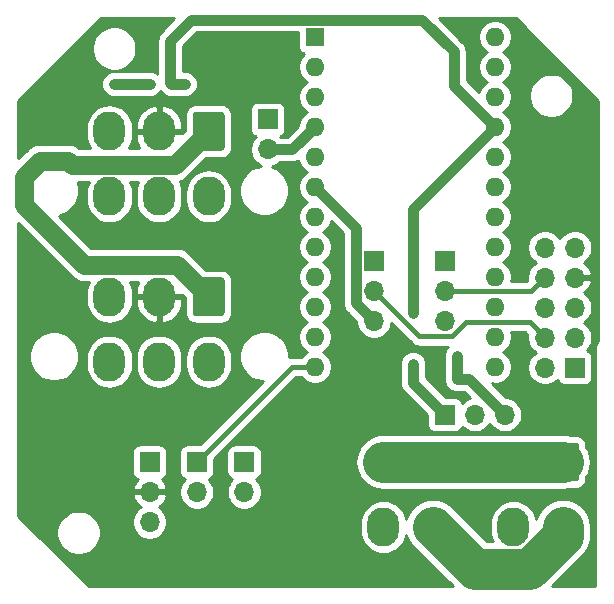
<source format=gbr>
G04 #@! TF.GenerationSoftware,KiCad,Pcbnew,(5.1.9)-1*
G04 #@! TF.CreationDate,2021-10-30T20:33:53-06:00*
G04 #@! TF.ProjectId,ralt_controller,72616c74-5f63-46f6-9e74-726f6c6c6572,1*
G04 #@! TF.SameCoordinates,Original*
G04 #@! TF.FileFunction,Copper,L2,Bot*
G04 #@! TF.FilePolarity,Positive*
%FSLAX46Y46*%
G04 Gerber Fmt 4.6, Leading zero omitted, Abs format (unit mm)*
G04 Created by KiCad (PCBNEW (5.1.9)-1) date 2021-10-30 20:33:53*
%MOMM*%
%LPD*%
G01*
G04 APERTURE LIST*
G04 #@! TA.AperFunction,ComponentPad*
%ADD10O,1.700000X1.700000*%
G04 #@! TD*
G04 #@! TA.AperFunction,ComponentPad*
%ADD11R,1.700000X1.700000*%
G04 #@! TD*
G04 #@! TA.AperFunction,ComponentPad*
%ADD12O,2.700000X3.300000*%
G04 #@! TD*
G04 #@! TA.AperFunction,ComponentPad*
%ADD13O,1.600000X1.600000*%
G04 #@! TD*
G04 #@! TA.AperFunction,ComponentPad*
%ADD14R,1.600000X1.600000*%
G04 #@! TD*
G04 #@! TA.AperFunction,ViaPad*
%ADD15C,0.600000*%
G04 #@! TD*
G04 #@! TA.AperFunction,Conductor*
%ADD16C,0.914400*%
G04 #@! TD*
G04 #@! TA.AperFunction,Conductor*
%ADD17C,1.625600*%
G04 #@! TD*
G04 #@! TA.AperFunction,Conductor*
%ADD18C,3.454400*%
G04 #@! TD*
G04 #@! TA.AperFunction,Conductor*
%ADD19C,0.457200*%
G04 #@! TD*
G04 #@! TA.AperFunction,Conductor*
%ADD20C,0.254000*%
G04 #@! TD*
G04 #@! TA.AperFunction,Conductor*
%ADD21C,0.100000*%
G04 #@! TD*
G04 APERTURE END LIST*
D10*
X67890000Y-81810000D03*
X65350000Y-81810000D03*
D11*
X62810000Y-81810000D03*
D12*
X34410000Y-77310000D03*
X38610000Y-77310000D03*
X42810000Y-77310000D03*
X34410000Y-71810000D03*
X38610000Y-71810000D03*
G04 #@! TA.AperFunction,ComponentPad*
G36*
G01*
X44160000Y-70410001D02*
X44160000Y-73209999D01*
G75*
G02*
X43909999Y-73460000I-250001J0D01*
G01*
X41710001Y-73460000D01*
G75*
G02*
X41460000Y-73209999I0J250001D01*
G01*
X41460000Y-70410001D01*
G75*
G02*
X41710001Y-70160000I250001J0D01*
G01*
X43909999Y-70160000D01*
G75*
G02*
X44160000Y-70410001I0J-250001D01*
G01*
G37*
G04 #@! TD.AperFunction*
X34410000Y-63310000D03*
X38610000Y-63310000D03*
X42810000Y-63310000D03*
X34410000Y-57810000D03*
X38610000Y-57810000D03*
G04 #@! TA.AperFunction,ComponentPad*
G36*
G01*
X44160000Y-56410001D02*
X44160000Y-59209999D01*
G75*
G02*
X43909999Y-59460000I-250001J0D01*
G01*
X41710001Y-59460000D01*
G75*
G02*
X41460000Y-59209999I0J250001D01*
G01*
X41460000Y-56410001D01*
G75*
G02*
X41710001Y-56160000I250001J0D01*
G01*
X43909999Y-56160000D01*
G75*
G02*
X44160000Y-56410001I0J-250001D01*
G01*
G37*
G04 #@! TD.AperFunction*
D13*
X67050000Y-49810000D03*
X51810000Y-77750000D03*
X67050000Y-52350000D03*
X51810000Y-75210000D03*
X67050000Y-54890000D03*
X51810000Y-72670000D03*
X67050000Y-57430000D03*
X51810000Y-70130000D03*
X67050000Y-59970000D03*
X51810000Y-67590000D03*
X67050000Y-62510000D03*
X51810000Y-65050000D03*
X67050000Y-65050000D03*
X51810000Y-62510000D03*
X67050000Y-67590000D03*
X51810000Y-59970000D03*
X67050000Y-70130000D03*
X51810000Y-57430000D03*
X67050000Y-72670000D03*
X51810000Y-54890000D03*
X67050000Y-75210000D03*
X51810000Y-52350000D03*
X67050000Y-77750000D03*
D14*
X51810000Y-49810000D03*
D10*
X62810000Y-73890000D03*
X62810000Y-71350000D03*
D11*
X62810000Y-68810000D03*
D10*
X56810000Y-73890000D03*
X56810000Y-71350000D03*
D11*
X56810000Y-68810000D03*
D10*
X47810000Y-59350000D03*
D11*
X47810000Y-56810000D03*
D10*
X37810000Y-90890000D03*
X37810000Y-88350000D03*
D11*
X37810000Y-85810000D03*
D10*
X45810000Y-88350000D03*
D11*
X45810000Y-85810000D03*
D10*
X41810000Y-88350000D03*
D11*
X41810000Y-85810000D03*
D10*
X71270000Y-67650000D03*
X73810000Y-67650000D03*
X71270000Y-70190000D03*
X73810000Y-70190000D03*
X71270000Y-72730000D03*
X73810000Y-72730000D03*
X71270000Y-75270000D03*
X73810000Y-75270000D03*
X71270000Y-77810000D03*
D11*
X73810000Y-77810000D03*
D12*
X68610000Y-91310000D03*
X72810000Y-91310000D03*
X68610000Y-85810000D03*
G04 #@! TA.AperFunction,ComponentPad*
G36*
G01*
X74160000Y-84410001D02*
X74160000Y-87209999D01*
G75*
G02*
X73909999Y-87460000I-250001J0D01*
G01*
X71710001Y-87460000D01*
G75*
G02*
X71460000Y-87209999I0J250001D01*
G01*
X71460000Y-84410001D01*
G75*
G02*
X71710001Y-84160000I250001J0D01*
G01*
X73909999Y-84160000D01*
G75*
G02*
X74160000Y-84410001I0J-250001D01*
G01*
G37*
G04 #@! TD.AperFunction*
X57610000Y-91310000D03*
X61810000Y-91310000D03*
X57610000Y-85810000D03*
G04 #@! TA.AperFunction,ComponentPad*
G36*
G01*
X63160000Y-84410001D02*
X63160000Y-87209999D01*
G75*
G02*
X62909999Y-87460000I-250001J0D01*
G01*
X60710001Y-87460000D01*
G75*
G02*
X60460000Y-87209999I0J250001D01*
G01*
X60460000Y-84410001D01*
G75*
G02*
X60710001Y-84160000I250001J0D01*
G01*
X62909999Y-84160000D01*
G75*
G02*
X63160000Y-84410001I0J-250001D01*
G01*
G37*
G04 #@! TD.AperFunction*
D15*
X63810000Y-76810000D03*
X63810000Y-77810000D03*
X63810000Y-78810000D03*
X37810000Y-53810000D03*
X34810000Y-53810000D03*
X40810000Y-53810000D03*
X60105600Y-73179100D03*
X60105600Y-77484400D03*
D16*
X63810000Y-76810000D02*
X63810000Y-78810000D01*
X64890000Y-78810000D02*
X63810000Y-78810000D01*
X67890000Y-81810000D02*
X64890000Y-78810000D01*
X49890000Y-59350000D02*
X51810000Y-57430000D01*
X47810000Y-59350000D02*
X49890000Y-59350000D01*
X37810000Y-53810000D02*
X34810000Y-53810000D01*
X60869799Y-48352799D02*
X63560000Y-51043000D01*
X41358201Y-48352799D02*
X60869799Y-48352799D01*
X39557000Y-50154000D02*
X41358201Y-48352799D01*
X39557000Y-53710000D02*
X39557000Y-50154000D01*
X39657000Y-53810000D02*
X39557000Y-53710000D01*
X40810000Y-53810000D02*
X39657000Y-53810000D01*
X63560000Y-53940000D02*
X67050000Y-57430000D01*
X63560000Y-51043000D02*
X63560000Y-53940000D01*
X67050000Y-57430000D02*
X60105600Y-64374400D01*
X60105600Y-64374400D02*
X60105600Y-73179100D01*
X60105600Y-79105600D02*
X62810000Y-81810000D01*
X60105600Y-77484400D02*
X60105600Y-79105600D01*
D17*
X32288244Y-69147190D02*
X40147190Y-69147190D01*
X40147190Y-69147190D02*
X42810000Y-71810000D01*
X27197199Y-64056145D02*
X32288244Y-69147190D01*
X27197199Y-61643855D02*
X27197199Y-64056145D01*
X28503855Y-60337199D02*
X27197199Y-61643855D01*
X30916145Y-60337199D02*
X28503855Y-60337199D01*
X31226136Y-60647190D02*
X30916145Y-60337199D01*
X39972810Y-60647190D02*
X31226136Y-60647190D01*
X42810000Y-57810000D02*
X39972810Y-60647190D01*
D18*
X65387210Y-94887210D02*
X61810000Y-91310000D01*
X69967464Y-94887210D02*
X65387210Y-94887210D01*
X72810000Y-92044674D02*
X69967464Y-94887210D01*
X72810000Y-91310000D02*
X72810000Y-92044674D01*
X68610000Y-85810000D02*
X72810000Y-85810000D01*
X57610000Y-85810000D02*
X61810000Y-85810000D01*
X61810000Y-85810000D02*
X68610000Y-85810000D01*
D19*
X62818601Y-71358601D02*
X62810000Y-71350000D01*
X70101399Y-71358601D02*
X62818601Y-71358601D01*
X71270000Y-70190000D02*
X70101399Y-71358601D01*
X60628601Y-75168601D02*
X56810000Y-71350000D01*
X63423729Y-75168601D02*
X60628601Y-75168601D01*
X64610931Y-73981399D02*
X63423729Y-75168601D01*
X69981399Y-73981399D02*
X64610931Y-73981399D01*
X71270000Y-75270000D02*
X69981399Y-73981399D01*
X49870000Y-77750000D02*
X51810000Y-77750000D01*
X41810000Y-85810000D02*
X49870000Y-77750000D01*
D16*
X55302799Y-66002799D02*
X51810000Y-62510000D01*
X55302799Y-72382799D02*
X55302799Y-66002799D01*
X56810000Y-73890000D02*
X55302799Y-72382799D01*
D20*
X38822632Y-49343765D02*
X38780963Y-49377962D01*
X38644476Y-49544271D01*
X38610208Y-49608382D01*
X38543057Y-49734012D01*
X38480604Y-49939891D01*
X38459517Y-50154000D01*
X38464801Y-50207651D01*
X38464800Y-52934464D01*
X38419729Y-52897475D01*
X38229989Y-52796057D01*
X38024109Y-52733604D01*
X37863649Y-52717800D01*
X34756351Y-52717800D01*
X34595891Y-52733604D01*
X34390011Y-52796057D01*
X34200271Y-52897475D01*
X34033962Y-53033962D01*
X33897475Y-53200271D01*
X33796057Y-53390011D01*
X33733604Y-53595891D01*
X33712516Y-53810000D01*
X33733604Y-54024109D01*
X33796057Y-54229989D01*
X33897475Y-54419729D01*
X34033962Y-54586038D01*
X34200271Y-54722525D01*
X34390011Y-54823943D01*
X34595891Y-54886396D01*
X34756351Y-54902200D01*
X37863649Y-54902200D01*
X38024109Y-54886396D01*
X38229989Y-54823943D01*
X38419729Y-54722525D01*
X38586038Y-54586038D01*
X38722525Y-54419729D01*
X38724110Y-54416764D01*
X38780962Y-54486038D01*
X38822637Y-54520240D01*
X38846760Y-54544363D01*
X38880962Y-54586038D01*
X39047271Y-54722525D01*
X39237011Y-54823943D01*
X39442891Y-54886396D01*
X39603351Y-54902200D01*
X39603360Y-54902200D01*
X39656999Y-54907483D01*
X39710638Y-54902200D01*
X40863649Y-54902200D01*
X41024109Y-54886396D01*
X41229989Y-54823943D01*
X41419729Y-54722525D01*
X41586038Y-54586038D01*
X41722525Y-54419729D01*
X41823943Y-54229989D01*
X41886396Y-54024109D01*
X41907484Y-53810000D01*
X41886396Y-53595891D01*
X41823943Y-53390011D01*
X41722525Y-53200271D01*
X41586038Y-53033962D01*
X41419729Y-52897475D01*
X41229989Y-52796057D01*
X41024109Y-52733604D01*
X40863649Y-52717800D01*
X40649200Y-52717800D01*
X40649200Y-50606403D01*
X41810605Y-49444999D01*
X50371928Y-49444999D01*
X50371928Y-50610000D01*
X50384188Y-50734482D01*
X50420498Y-50854180D01*
X50479463Y-50964494D01*
X50558815Y-51061185D01*
X50655506Y-51140537D01*
X50765820Y-51199502D01*
X50885518Y-51235812D01*
X50893961Y-51236643D01*
X50695363Y-51435241D01*
X50538320Y-51670273D01*
X50430147Y-51931426D01*
X50375000Y-52208665D01*
X50375000Y-52491335D01*
X50430147Y-52768574D01*
X50538320Y-53029727D01*
X50695363Y-53264759D01*
X50895241Y-53464637D01*
X51127759Y-53620000D01*
X50895241Y-53775363D01*
X50695363Y-53975241D01*
X50538320Y-54210273D01*
X50430147Y-54471426D01*
X50375000Y-54748665D01*
X50375000Y-55031335D01*
X50430147Y-55308574D01*
X50538320Y-55569727D01*
X50695363Y-55804759D01*
X50895241Y-56004637D01*
X51127759Y-56160000D01*
X50895241Y-56315363D01*
X50695363Y-56515241D01*
X50538320Y-56750273D01*
X50430147Y-57011426D01*
X50375000Y-57288665D01*
X50375000Y-57320396D01*
X49437597Y-58257800D01*
X48876825Y-58257800D01*
X48904180Y-58249502D01*
X49014494Y-58190537D01*
X49111185Y-58111185D01*
X49190537Y-58014494D01*
X49249502Y-57904180D01*
X49285812Y-57784482D01*
X49298072Y-57660000D01*
X49298072Y-55960000D01*
X49285812Y-55835518D01*
X49249502Y-55715820D01*
X49190537Y-55605506D01*
X49111185Y-55508815D01*
X49014494Y-55429463D01*
X48904180Y-55370498D01*
X48784482Y-55334188D01*
X48660000Y-55321928D01*
X46960000Y-55321928D01*
X46835518Y-55334188D01*
X46715820Y-55370498D01*
X46605506Y-55429463D01*
X46508815Y-55508815D01*
X46429463Y-55605506D01*
X46370498Y-55715820D01*
X46334188Y-55835518D01*
X46321928Y-55960000D01*
X46321928Y-57660000D01*
X46334188Y-57784482D01*
X46370498Y-57904180D01*
X46429463Y-58014494D01*
X46508815Y-58111185D01*
X46605506Y-58190537D01*
X46715820Y-58249502D01*
X46788380Y-58271513D01*
X46656525Y-58403368D01*
X46494010Y-58646589D01*
X46382068Y-58916842D01*
X46325000Y-59203740D01*
X46325000Y-59496260D01*
X46382068Y-59783158D01*
X46494010Y-60053411D01*
X46656525Y-60296632D01*
X46863368Y-60503475D01*
X47106589Y-60665990D01*
X47249181Y-60725053D01*
X46887244Y-60797047D01*
X46498698Y-60957988D01*
X46149017Y-61191637D01*
X45851637Y-61489017D01*
X45617988Y-61838698D01*
X45457047Y-62227244D01*
X45375000Y-62639721D01*
X45375000Y-63060279D01*
X45457047Y-63472756D01*
X45617988Y-63861302D01*
X45851637Y-64210983D01*
X46149017Y-64508363D01*
X46498698Y-64742012D01*
X46887244Y-64902953D01*
X47299721Y-64985000D01*
X47720279Y-64985000D01*
X48132756Y-64902953D01*
X48521302Y-64742012D01*
X48870983Y-64508363D01*
X49168363Y-64210983D01*
X49402012Y-63861302D01*
X49562953Y-63472756D01*
X49645000Y-63060279D01*
X49645000Y-62639721D01*
X49562953Y-62227244D01*
X49402012Y-61838698D01*
X49168363Y-61489017D01*
X48870983Y-61191637D01*
X48521302Y-60957988D01*
X48137397Y-60798969D01*
X48243158Y-60777932D01*
X48513411Y-60665990D01*
X48756632Y-60503475D01*
X48817907Y-60442200D01*
X49836359Y-60442200D01*
X49890000Y-60447483D01*
X49943641Y-60442200D01*
X49943649Y-60442200D01*
X50104109Y-60426396D01*
X50309989Y-60363943D01*
X50414171Y-60308257D01*
X50430147Y-60388574D01*
X50538320Y-60649727D01*
X50695363Y-60884759D01*
X50895241Y-61084637D01*
X51127759Y-61240000D01*
X50895241Y-61395363D01*
X50695363Y-61595241D01*
X50538320Y-61830273D01*
X50430147Y-62091426D01*
X50375000Y-62368665D01*
X50375000Y-62651335D01*
X50430147Y-62928574D01*
X50538320Y-63189727D01*
X50695363Y-63424759D01*
X50895241Y-63624637D01*
X51127759Y-63780000D01*
X50895241Y-63935363D01*
X50695363Y-64135241D01*
X50538320Y-64370273D01*
X50430147Y-64631426D01*
X50375000Y-64908665D01*
X50375000Y-65191335D01*
X50430147Y-65468574D01*
X50538320Y-65729727D01*
X50695363Y-65964759D01*
X50895241Y-66164637D01*
X51127759Y-66320000D01*
X50895241Y-66475363D01*
X50695363Y-66675241D01*
X50538320Y-66910273D01*
X50430147Y-67171426D01*
X50375000Y-67448665D01*
X50375000Y-67731335D01*
X50430147Y-68008574D01*
X50538320Y-68269727D01*
X50695363Y-68504759D01*
X50895241Y-68704637D01*
X51127759Y-68860000D01*
X50895241Y-69015363D01*
X50695363Y-69215241D01*
X50538320Y-69450273D01*
X50430147Y-69711426D01*
X50375000Y-69988665D01*
X50375000Y-70271335D01*
X50430147Y-70548574D01*
X50538320Y-70809727D01*
X50695363Y-71044759D01*
X50895241Y-71244637D01*
X51127759Y-71400000D01*
X50895241Y-71555363D01*
X50695363Y-71755241D01*
X50538320Y-71990273D01*
X50430147Y-72251426D01*
X50375000Y-72528665D01*
X50375000Y-72811335D01*
X50430147Y-73088574D01*
X50538320Y-73349727D01*
X50695363Y-73584759D01*
X50895241Y-73784637D01*
X51127759Y-73940000D01*
X50895241Y-74095363D01*
X50695363Y-74295241D01*
X50538320Y-74530273D01*
X50430147Y-74791426D01*
X50375000Y-75068665D01*
X50375000Y-75351335D01*
X50430147Y-75628574D01*
X50538320Y-75889727D01*
X50695363Y-76124759D01*
X50895241Y-76324637D01*
X51127759Y-76480000D01*
X50895241Y-76635363D01*
X50695363Y-76835241D01*
X50661180Y-76886400D01*
X49912417Y-76886400D01*
X49869999Y-76882222D01*
X49827581Y-76886400D01*
X49827580Y-76886400D01*
X49700705Y-76898896D01*
X49645000Y-76915794D01*
X49645000Y-76639721D01*
X49562953Y-76227244D01*
X49402012Y-75838698D01*
X49168363Y-75489017D01*
X48870983Y-75191637D01*
X48521302Y-74957988D01*
X48132756Y-74797047D01*
X47720279Y-74715000D01*
X47299721Y-74715000D01*
X46887244Y-74797047D01*
X46498698Y-74957988D01*
X46149017Y-75191637D01*
X45851637Y-75489017D01*
X45617988Y-75838698D01*
X45457047Y-76227244D01*
X45375000Y-76639721D01*
X45375000Y-77060279D01*
X45457047Y-77472756D01*
X45617988Y-77861302D01*
X45851637Y-78210983D01*
X46149017Y-78508363D01*
X46498698Y-78742012D01*
X46887244Y-78902953D01*
X47299721Y-78985000D01*
X47413685Y-78985000D01*
X42076759Y-84321928D01*
X40960000Y-84321928D01*
X40835518Y-84334188D01*
X40715820Y-84370498D01*
X40605506Y-84429463D01*
X40508815Y-84508815D01*
X40429463Y-84605506D01*
X40370498Y-84715820D01*
X40334188Y-84835518D01*
X40321928Y-84960000D01*
X40321928Y-86660000D01*
X40334188Y-86784482D01*
X40370498Y-86904180D01*
X40429463Y-87014494D01*
X40508815Y-87111185D01*
X40605506Y-87190537D01*
X40715820Y-87249502D01*
X40788380Y-87271513D01*
X40656525Y-87403368D01*
X40494010Y-87646589D01*
X40382068Y-87916842D01*
X40325000Y-88203740D01*
X40325000Y-88496260D01*
X40382068Y-88783158D01*
X40494010Y-89053411D01*
X40656525Y-89296632D01*
X40863368Y-89503475D01*
X41106589Y-89665990D01*
X41376842Y-89777932D01*
X41663740Y-89835000D01*
X41956260Y-89835000D01*
X42243158Y-89777932D01*
X42513411Y-89665990D01*
X42756632Y-89503475D01*
X42963475Y-89296632D01*
X43125990Y-89053411D01*
X43237932Y-88783158D01*
X43295000Y-88496260D01*
X43295000Y-88203740D01*
X43237932Y-87916842D01*
X43125990Y-87646589D01*
X42963475Y-87403368D01*
X42831620Y-87271513D01*
X42904180Y-87249502D01*
X43014494Y-87190537D01*
X43111185Y-87111185D01*
X43190537Y-87014494D01*
X43249502Y-86904180D01*
X43285812Y-86784482D01*
X43298072Y-86660000D01*
X43298072Y-85543241D01*
X43881313Y-84960000D01*
X44321928Y-84960000D01*
X44321928Y-86660000D01*
X44334188Y-86784482D01*
X44370498Y-86904180D01*
X44429463Y-87014494D01*
X44508815Y-87111185D01*
X44605506Y-87190537D01*
X44715820Y-87249502D01*
X44788380Y-87271513D01*
X44656525Y-87403368D01*
X44494010Y-87646589D01*
X44382068Y-87916842D01*
X44325000Y-88203740D01*
X44325000Y-88496260D01*
X44382068Y-88783158D01*
X44494010Y-89053411D01*
X44656525Y-89296632D01*
X44863368Y-89503475D01*
X45106589Y-89665990D01*
X45376842Y-89777932D01*
X45663740Y-89835000D01*
X45956260Y-89835000D01*
X46243158Y-89777932D01*
X46513411Y-89665990D01*
X46756632Y-89503475D01*
X46963475Y-89296632D01*
X47125990Y-89053411D01*
X47237932Y-88783158D01*
X47295000Y-88496260D01*
X47295000Y-88203740D01*
X47237932Y-87916842D01*
X47125990Y-87646589D01*
X46963475Y-87403368D01*
X46831620Y-87271513D01*
X46904180Y-87249502D01*
X47014494Y-87190537D01*
X47111185Y-87111185D01*
X47190537Y-87014494D01*
X47249502Y-86904180D01*
X47285812Y-86784482D01*
X47298072Y-86660000D01*
X47298072Y-85810000D01*
X55236371Y-85810000D01*
X55281980Y-86273072D01*
X55417053Y-86718348D01*
X55636400Y-87128718D01*
X55931591Y-87488409D01*
X56291282Y-87783600D01*
X56701652Y-88002947D01*
X57146928Y-88138020D01*
X57493960Y-88172200D01*
X72926040Y-88172200D01*
X73273072Y-88138020D01*
X73404763Y-88098072D01*
X73909999Y-88098072D01*
X74083253Y-88081008D01*
X74249850Y-88030471D01*
X74403386Y-87948405D01*
X74537961Y-87837961D01*
X74648405Y-87703386D01*
X74730471Y-87549850D01*
X74781008Y-87383253D01*
X74798072Y-87209999D01*
X74798072Y-87101643D01*
X75002947Y-86718348D01*
X75138020Y-86273072D01*
X75183629Y-85810000D01*
X75138020Y-85346928D01*
X75002947Y-84901652D01*
X74798072Y-84518357D01*
X74798072Y-84410001D01*
X74781008Y-84236747D01*
X74730471Y-84070150D01*
X74648405Y-83916614D01*
X74537961Y-83782039D01*
X74403386Y-83671595D01*
X74249850Y-83589529D01*
X74083253Y-83538992D01*
X73909999Y-83521928D01*
X73404763Y-83521928D01*
X73273072Y-83481980D01*
X72926040Y-83447800D01*
X57493960Y-83447800D01*
X57146928Y-83481980D01*
X56701652Y-83617053D01*
X56291282Y-83836400D01*
X55931591Y-84131591D01*
X55636400Y-84491282D01*
X55417053Y-84901652D01*
X55281980Y-85346928D01*
X55236371Y-85810000D01*
X47298072Y-85810000D01*
X47298072Y-84960000D01*
X47285812Y-84835518D01*
X47249502Y-84715820D01*
X47190537Y-84605506D01*
X47111185Y-84508815D01*
X47014494Y-84429463D01*
X46904180Y-84370498D01*
X46784482Y-84334188D01*
X46660000Y-84321928D01*
X44960000Y-84321928D01*
X44835518Y-84334188D01*
X44715820Y-84370498D01*
X44605506Y-84429463D01*
X44508815Y-84508815D01*
X44429463Y-84605506D01*
X44370498Y-84715820D01*
X44334188Y-84835518D01*
X44321928Y-84960000D01*
X43881313Y-84960000D01*
X50227715Y-78613600D01*
X50661180Y-78613600D01*
X50695363Y-78664759D01*
X50895241Y-78864637D01*
X51130273Y-79021680D01*
X51391426Y-79129853D01*
X51668665Y-79185000D01*
X51951335Y-79185000D01*
X52228574Y-79129853D01*
X52489727Y-79021680D01*
X52724759Y-78864637D01*
X52924637Y-78664759D01*
X53081680Y-78429727D01*
X53189853Y-78168574D01*
X53245000Y-77891335D01*
X53245000Y-77608665D01*
X53189853Y-77331426D01*
X53081680Y-77070273D01*
X52924637Y-76835241D01*
X52724759Y-76635363D01*
X52492241Y-76480000D01*
X52724759Y-76324637D01*
X52924637Y-76124759D01*
X53081680Y-75889727D01*
X53189853Y-75628574D01*
X53245000Y-75351335D01*
X53245000Y-75068665D01*
X53189853Y-74791426D01*
X53081680Y-74530273D01*
X52924637Y-74295241D01*
X52724759Y-74095363D01*
X52492241Y-73940000D01*
X52724759Y-73784637D01*
X52924637Y-73584759D01*
X53081680Y-73349727D01*
X53189853Y-73088574D01*
X53245000Y-72811335D01*
X53245000Y-72528665D01*
X53189853Y-72251426D01*
X53081680Y-71990273D01*
X52924637Y-71755241D01*
X52724759Y-71555363D01*
X52492241Y-71400000D01*
X52724759Y-71244637D01*
X52924637Y-71044759D01*
X53081680Y-70809727D01*
X53189853Y-70548574D01*
X53245000Y-70271335D01*
X53245000Y-69988665D01*
X53189853Y-69711426D01*
X53081680Y-69450273D01*
X52924637Y-69215241D01*
X52724759Y-69015363D01*
X52492241Y-68860000D01*
X52724759Y-68704637D01*
X52924637Y-68504759D01*
X53081680Y-68269727D01*
X53189853Y-68008574D01*
X53245000Y-67731335D01*
X53245000Y-67448665D01*
X53189853Y-67171426D01*
X53081680Y-66910273D01*
X52924637Y-66675241D01*
X52724759Y-66475363D01*
X52492241Y-66320000D01*
X52724759Y-66164637D01*
X52924637Y-65964759D01*
X53081680Y-65729727D01*
X53189853Y-65468574D01*
X53195514Y-65440117D01*
X54210600Y-66455204D01*
X54210599Y-72329157D01*
X54205316Y-72382799D01*
X54210599Y-72436440D01*
X54210599Y-72436447D01*
X54226403Y-72596907D01*
X54288856Y-72802787D01*
X54390274Y-72992528D01*
X54526761Y-73158837D01*
X54568436Y-73193039D01*
X55325000Y-73949604D01*
X55325000Y-74036260D01*
X55382068Y-74323158D01*
X55494010Y-74593411D01*
X55656525Y-74836632D01*
X55863368Y-75043475D01*
X56106589Y-75205990D01*
X56376842Y-75317932D01*
X56663740Y-75375000D01*
X56956260Y-75375000D01*
X57243158Y-75317932D01*
X57513411Y-75205990D01*
X57756632Y-75043475D01*
X57963475Y-74836632D01*
X58125990Y-74593411D01*
X58237932Y-74323158D01*
X58291673Y-74052987D01*
X59987946Y-75749261D01*
X60014989Y-75782213D01*
X60146489Y-75890132D01*
X60296517Y-75970323D01*
X60459306Y-76019705D01*
X60586181Y-76032201D01*
X60586182Y-76032201D01*
X60628600Y-76036379D01*
X60671018Y-76032201D01*
X63036108Y-76032201D01*
X63033962Y-76033962D01*
X62897475Y-76200271D01*
X62796057Y-76390012D01*
X62733604Y-76595892D01*
X62717800Y-76756352D01*
X62717801Y-78756341D01*
X62712516Y-78810000D01*
X62733604Y-79024109D01*
X62796057Y-79229989D01*
X62897475Y-79419729D01*
X63033962Y-79586038D01*
X63200271Y-79722525D01*
X63390011Y-79823943D01*
X63595891Y-79886396D01*
X63756351Y-79902200D01*
X63810000Y-79907484D01*
X63863649Y-79902200D01*
X64437597Y-79902200D01*
X64917361Y-80381965D01*
X64916842Y-80382068D01*
X64646589Y-80494010D01*
X64403368Y-80656525D01*
X64271513Y-80788380D01*
X64249502Y-80715820D01*
X64190537Y-80605506D01*
X64111185Y-80508815D01*
X64014494Y-80429463D01*
X63904180Y-80370498D01*
X63784482Y-80334188D01*
X63660000Y-80321928D01*
X62866532Y-80321928D01*
X61197800Y-78653197D01*
X61197800Y-77430751D01*
X61181996Y-77270291D01*
X61119543Y-77064411D01*
X61018125Y-76874671D01*
X60881638Y-76708362D01*
X60715329Y-76571875D01*
X60525588Y-76470457D01*
X60319708Y-76408004D01*
X60105600Y-76386916D01*
X59891491Y-76408004D01*
X59685611Y-76470457D01*
X59495871Y-76571875D01*
X59329562Y-76708362D01*
X59193075Y-76874671D01*
X59091657Y-77064412D01*
X59029204Y-77270292D01*
X59013400Y-77430752D01*
X59013400Y-79051959D01*
X59008117Y-79105600D01*
X59013400Y-79159241D01*
X59013400Y-79159249D01*
X59026770Y-79295000D01*
X59029204Y-79319709D01*
X59091657Y-79525588D01*
X59133892Y-79604604D01*
X59193076Y-79715329D01*
X59257110Y-79793354D01*
X59282214Y-79823943D01*
X59329563Y-79881638D01*
X59371232Y-79915835D01*
X61321928Y-81866532D01*
X61321928Y-82660000D01*
X61334188Y-82784482D01*
X61370498Y-82904180D01*
X61429463Y-83014494D01*
X61508815Y-83111185D01*
X61605506Y-83190537D01*
X61715820Y-83249502D01*
X61835518Y-83285812D01*
X61960000Y-83298072D01*
X63660000Y-83298072D01*
X63784482Y-83285812D01*
X63904180Y-83249502D01*
X64014494Y-83190537D01*
X64111185Y-83111185D01*
X64190537Y-83014494D01*
X64249502Y-82904180D01*
X64271513Y-82831620D01*
X64403368Y-82963475D01*
X64646589Y-83125990D01*
X64916842Y-83237932D01*
X65203740Y-83295000D01*
X65496260Y-83295000D01*
X65783158Y-83237932D01*
X66053411Y-83125990D01*
X66296632Y-82963475D01*
X66503475Y-82756632D01*
X66620000Y-82582240D01*
X66736525Y-82756632D01*
X66943368Y-82963475D01*
X67186589Y-83125990D01*
X67456842Y-83237932D01*
X67743740Y-83295000D01*
X68036260Y-83295000D01*
X68323158Y-83237932D01*
X68593411Y-83125990D01*
X68836632Y-82963475D01*
X69043475Y-82756632D01*
X69205990Y-82513411D01*
X69317932Y-82243158D01*
X69375000Y-81956260D01*
X69375000Y-81663740D01*
X69317932Y-81376842D01*
X69205990Y-81106589D01*
X69043475Y-80863368D01*
X68836632Y-80656525D01*
X68593411Y-80494010D01*
X68323158Y-80382068D01*
X68036260Y-80325000D01*
X67949604Y-80325000D01*
X66785006Y-79160402D01*
X66908665Y-79185000D01*
X67191335Y-79185000D01*
X67468574Y-79129853D01*
X67729727Y-79021680D01*
X67964759Y-78864637D01*
X68164637Y-78664759D01*
X68321680Y-78429727D01*
X68429853Y-78168574D01*
X68485000Y-77891335D01*
X68485000Y-77608665D01*
X68429853Y-77331426D01*
X68321680Y-77070273D01*
X68164637Y-76835241D01*
X67964759Y-76635363D01*
X67732241Y-76480000D01*
X67964759Y-76324637D01*
X68164637Y-76124759D01*
X68321680Y-75889727D01*
X68429853Y-75628574D01*
X68485000Y-75351335D01*
X68485000Y-75068665D01*
X68440509Y-74844999D01*
X69623686Y-74844999D01*
X69804482Y-75025796D01*
X69785000Y-75123740D01*
X69785000Y-75416260D01*
X69842068Y-75703158D01*
X69954010Y-75973411D01*
X70116525Y-76216632D01*
X70323368Y-76423475D01*
X70497760Y-76540000D01*
X70323368Y-76656525D01*
X70116525Y-76863368D01*
X69954010Y-77106589D01*
X69842068Y-77376842D01*
X69785000Y-77663740D01*
X69785000Y-77956260D01*
X69842068Y-78243158D01*
X69954010Y-78513411D01*
X70116525Y-78756632D01*
X70323368Y-78963475D01*
X70566589Y-79125990D01*
X70836842Y-79237932D01*
X71123740Y-79295000D01*
X71416260Y-79295000D01*
X71703158Y-79237932D01*
X71973411Y-79125990D01*
X72216632Y-78963475D01*
X72348487Y-78831620D01*
X72370498Y-78904180D01*
X72429463Y-79014494D01*
X72508815Y-79111185D01*
X72605506Y-79190537D01*
X72715820Y-79249502D01*
X72835518Y-79285812D01*
X72960000Y-79298072D01*
X74660000Y-79298072D01*
X74784482Y-79285812D01*
X74904180Y-79249502D01*
X75014494Y-79190537D01*
X75111185Y-79111185D01*
X75190537Y-79014494D01*
X75249502Y-78904180D01*
X75285812Y-78784482D01*
X75298072Y-78660000D01*
X75298072Y-76960000D01*
X75285812Y-76835518D01*
X75249502Y-76715820D01*
X75190537Y-76605506D01*
X75111185Y-76508815D01*
X75014494Y-76429463D01*
X74904180Y-76370498D01*
X74831620Y-76348487D01*
X74963475Y-76216632D01*
X75125990Y-75973411D01*
X75237932Y-75703158D01*
X75295000Y-75416260D01*
X75295000Y-75123740D01*
X75237932Y-74836842D01*
X75125990Y-74566589D01*
X74963475Y-74323368D01*
X74756632Y-74116525D01*
X74582240Y-74000000D01*
X74756632Y-73883475D01*
X74963475Y-73676632D01*
X75125990Y-73433411D01*
X75237932Y-73163158D01*
X75295000Y-72876260D01*
X75295000Y-72583740D01*
X75237932Y-72296842D01*
X75125990Y-72026589D01*
X74963475Y-71783368D01*
X74756632Y-71576525D01*
X74574466Y-71454805D01*
X74691355Y-71385178D01*
X74907588Y-71190269D01*
X75081641Y-70956920D01*
X75206825Y-70694099D01*
X75251476Y-70546890D01*
X75130155Y-70317000D01*
X73937000Y-70317000D01*
X73937000Y-70337000D01*
X73683000Y-70337000D01*
X73683000Y-70317000D01*
X73663000Y-70317000D01*
X73663000Y-70063000D01*
X73683000Y-70063000D01*
X73683000Y-70043000D01*
X73937000Y-70043000D01*
X73937000Y-70063000D01*
X75130155Y-70063000D01*
X75251476Y-69833110D01*
X75206825Y-69685901D01*
X75081641Y-69423080D01*
X74907588Y-69189731D01*
X74691355Y-68994822D01*
X74574466Y-68925195D01*
X74756632Y-68803475D01*
X74963475Y-68596632D01*
X75125990Y-68353411D01*
X75237932Y-68083158D01*
X75295000Y-67796260D01*
X75295000Y-67503740D01*
X75237932Y-67216842D01*
X75125990Y-66946589D01*
X74963475Y-66703368D01*
X74756632Y-66496525D01*
X74513411Y-66334010D01*
X74243158Y-66222068D01*
X73956260Y-66165000D01*
X73663740Y-66165000D01*
X73376842Y-66222068D01*
X73106589Y-66334010D01*
X72863368Y-66496525D01*
X72656525Y-66703368D01*
X72540000Y-66877760D01*
X72423475Y-66703368D01*
X72216632Y-66496525D01*
X71973411Y-66334010D01*
X71703158Y-66222068D01*
X71416260Y-66165000D01*
X71123740Y-66165000D01*
X70836842Y-66222068D01*
X70566589Y-66334010D01*
X70323368Y-66496525D01*
X70116525Y-66703368D01*
X69954010Y-66946589D01*
X69842068Y-67216842D01*
X69785000Y-67503740D01*
X69785000Y-67796260D01*
X69842068Y-68083158D01*
X69954010Y-68353411D01*
X70116525Y-68596632D01*
X70323368Y-68803475D01*
X70497760Y-68920000D01*
X70323368Y-69036525D01*
X70116525Y-69243368D01*
X69954010Y-69486589D01*
X69842068Y-69756842D01*
X69785000Y-70043740D01*
X69785000Y-70336260D01*
X69804482Y-70434204D01*
X69743686Y-70495001D01*
X68440509Y-70495001D01*
X68485000Y-70271335D01*
X68485000Y-69988665D01*
X68429853Y-69711426D01*
X68321680Y-69450273D01*
X68164637Y-69215241D01*
X67964759Y-69015363D01*
X67732241Y-68860000D01*
X67964759Y-68704637D01*
X68164637Y-68504759D01*
X68321680Y-68269727D01*
X68429853Y-68008574D01*
X68485000Y-67731335D01*
X68485000Y-67448665D01*
X68429853Y-67171426D01*
X68321680Y-66910273D01*
X68164637Y-66675241D01*
X67964759Y-66475363D01*
X67732241Y-66320000D01*
X67964759Y-66164637D01*
X68164637Y-65964759D01*
X68321680Y-65729727D01*
X68429853Y-65468574D01*
X68485000Y-65191335D01*
X68485000Y-64908665D01*
X68429853Y-64631426D01*
X68321680Y-64370273D01*
X68164637Y-64135241D01*
X67964759Y-63935363D01*
X67732241Y-63780000D01*
X67964759Y-63624637D01*
X68164637Y-63424759D01*
X68321680Y-63189727D01*
X68429853Y-62928574D01*
X68485000Y-62651335D01*
X68485000Y-62368665D01*
X68429853Y-62091426D01*
X68321680Y-61830273D01*
X68164637Y-61595241D01*
X67964759Y-61395363D01*
X67732241Y-61240000D01*
X67964759Y-61084637D01*
X68164637Y-60884759D01*
X68321680Y-60649727D01*
X68429853Y-60388574D01*
X68485000Y-60111335D01*
X68485000Y-59828665D01*
X68429853Y-59551426D01*
X68321680Y-59290273D01*
X68164637Y-59055241D01*
X67964759Y-58855363D01*
X67732241Y-58700000D01*
X67964759Y-58544637D01*
X68164637Y-58344759D01*
X68321680Y-58109727D01*
X68429853Y-57848574D01*
X68485000Y-57571335D01*
X68485000Y-57288665D01*
X68429853Y-57011426D01*
X68321680Y-56750273D01*
X68164637Y-56515241D01*
X67964759Y-56315363D01*
X67732241Y-56160000D01*
X67964759Y-56004637D01*
X68164637Y-55804759D01*
X68321680Y-55569727D01*
X68429853Y-55308574D01*
X68485000Y-55031335D01*
X68485000Y-54748665D01*
X68460271Y-54624344D01*
X69925000Y-54624344D01*
X69925000Y-54995656D01*
X69997439Y-55359834D01*
X70139534Y-55702882D01*
X70345825Y-56011618D01*
X70608382Y-56274175D01*
X70917118Y-56480466D01*
X71260166Y-56622561D01*
X71624344Y-56695000D01*
X71995656Y-56695000D01*
X72359834Y-56622561D01*
X72702882Y-56480466D01*
X73011618Y-56274175D01*
X73274175Y-56011618D01*
X73480466Y-55702882D01*
X73622561Y-55359834D01*
X73695000Y-54995656D01*
X73695000Y-54624344D01*
X73622561Y-54260166D01*
X73480466Y-53917118D01*
X73274175Y-53608382D01*
X73011618Y-53345825D01*
X72702882Y-53139534D01*
X72359834Y-52997439D01*
X71995656Y-52925000D01*
X71624344Y-52925000D01*
X71260166Y-52997439D01*
X70917118Y-53139534D01*
X70608382Y-53345825D01*
X70345825Y-53608382D01*
X70139534Y-53917118D01*
X69997439Y-54260166D01*
X69925000Y-54624344D01*
X68460271Y-54624344D01*
X68429853Y-54471426D01*
X68321680Y-54210273D01*
X68164637Y-53975241D01*
X67964759Y-53775363D01*
X67732241Y-53620000D01*
X67964759Y-53464637D01*
X68164637Y-53264759D01*
X68321680Y-53029727D01*
X68429853Y-52768574D01*
X68485000Y-52491335D01*
X68485000Y-52208665D01*
X68429853Y-51931426D01*
X68321680Y-51670273D01*
X68164637Y-51435241D01*
X67964759Y-51235363D01*
X67732241Y-51080000D01*
X67964759Y-50924637D01*
X68164637Y-50724759D01*
X68321680Y-50489727D01*
X68429853Y-50228574D01*
X68485000Y-49951335D01*
X68485000Y-49668665D01*
X68429853Y-49391426D01*
X68321680Y-49130273D01*
X68164637Y-48895241D01*
X67964759Y-48695363D01*
X67729727Y-48538320D01*
X67468574Y-48430147D01*
X67191335Y-48375000D01*
X66908665Y-48375000D01*
X66631426Y-48430147D01*
X66370273Y-48538320D01*
X66135241Y-48695363D01*
X65935363Y-48895241D01*
X65778320Y-49130273D01*
X65670147Y-49391426D01*
X65615000Y-49668665D01*
X65615000Y-49951335D01*
X65670147Y-50228574D01*
X65778320Y-50489727D01*
X65935363Y-50724759D01*
X66135241Y-50924637D01*
X66367759Y-51080000D01*
X66135241Y-51235363D01*
X65935363Y-51435241D01*
X65778320Y-51670273D01*
X65670147Y-51931426D01*
X65615000Y-52208665D01*
X65615000Y-52491335D01*
X65670147Y-52768574D01*
X65778320Y-53029727D01*
X65935363Y-53264759D01*
X66135241Y-53464637D01*
X66367759Y-53620000D01*
X66135241Y-53775363D01*
X65935363Y-53975241D01*
X65778320Y-54210273D01*
X65670147Y-54471426D01*
X65664486Y-54499883D01*
X64652200Y-53487597D01*
X64652200Y-51096641D01*
X64657483Y-51043000D01*
X64652200Y-50989359D01*
X64652200Y-50989351D01*
X64636396Y-50828891D01*
X64573943Y-50623011D01*
X64472525Y-50433271D01*
X64336038Y-50266962D01*
X64294369Y-50232765D01*
X62308610Y-48247007D01*
X68834811Y-48247007D01*
X75793241Y-55205438D01*
X75793240Y-75597068D01*
X75730293Y-75648728D01*
X75647816Y-75749226D01*
X75586531Y-75863883D01*
X75548791Y-75988293D01*
X75539241Y-76085257D01*
X75539240Y-96336607D01*
X71858721Y-96336607D01*
X74398274Y-93797055D01*
X74488409Y-93723083D01*
X74585642Y-93604604D01*
X74783600Y-93363392D01*
X75002946Y-92953023D01*
X75138020Y-92507746D01*
X75151094Y-92375000D01*
X75172200Y-92160713D01*
X75172200Y-92160706D01*
X75183628Y-92044674D01*
X75172200Y-91928642D01*
X75172200Y-91193960D01*
X75138020Y-90846928D01*
X75002947Y-90401652D01*
X74783600Y-89991282D01*
X74488409Y-89631591D01*
X74128717Y-89336400D01*
X73718347Y-89117053D01*
X73273071Y-88981980D01*
X72810000Y-88936371D01*
X72346928Y-88981980D01*
X71901652Y-89117053D01*
X71491282Y-89336400D01*
X71131591Y-89631591D01*
X70836400Y-89991283D01*
X70617053Y-90401653D01*
X70558416Y-90594954D01*
X70452774Y-90246698D01*
X70268453Y-89901857D01*
X70020398Y-89599602D01*
X69718143Y-89351547D01*
X69373302Y-89167226D01*
X68999128Y-89053722D01*
X68610000Y-89015396D01*
X68220873Y-89053722D01*
X67846699Y-89167226D01*
X67501858Y-89351547D01*
X67199603Y-89599602D01*
X66951547Y-89901857D01*
X66767226Y-90246698D01*
X66653722Y-90620872D01*
X66625000Y-90912490D01*
X66625000Y-91707509D01*
X66653722Y-91999127D01*
X66767226Y-92373301D01*
X66848316Y-92525010D01*
X66365665Y-92525010D01*
X63398274Y-89557620D01*
X63128717Y-89336400D01*
X62718348Y-89117054D01*
X62273071Y-88981980D01*
X61810000Y-88936372D01*
X61346929Y-88981980D01*
X60901652Y-89117054D01*
X60491283Y-89336400D01*
X60131591Y-89631591D01*
X59836400Y-89991283D01*
X59617054Y-90401652D01*
X59558416Y-90594954D01*
X59452774Y-90246698D01*
X59268453Y-89901857D01*
X59020398Y-89599602D01*
X58718143Y-89351547D01*
X58373302Y-89167226D01*
X57999128Y-89053722D01*
X57610000Y-89015396D01*
X57220873Y-89053722D01*
X56846699Y-89167226D01*
X56501858Y-89351547D01*
X56199603Y-89599602D01*
X55951547Y-89901857D01*
X55767226Y-90246698D01*
X55653722Y-90620872D01*
X55625000Y-90912490D01*
X55625000Y-91707509D01*
X55653722Y-91999127D01*
X55767226Y-92373301D01*
X55951547Y-92718143D01*
X56199602Y-93020398D01*
X56501857Y-93268453D01*
X56846698Y-93452774D01*
X57220872Y-93566278D01*
X57610000Y-93604604D01*
X57999127Y-93566278D01*
X58373301Y-93452774D01*
X58718143Y-93268453D01*
X59020398Y-93020398D01*
X59268453Y-92718143D01*
X59452774Y-92373302D01*
X59558416Y-92025046D01*
X59617054Y-92218348D01*
X59836400Y-92628717D01*
X60057620Y-92898274D01*
X63495952Y-96336607D01*
X32650756Y-96336607D01*
X27938493Y-91624344D01*
X29925000Y-91624344D01*
X29925000Y-91995656D01*
X29997439Y-92359834D01*
X30139534Y-92702882D01*
X30345825Y-93011618D01*
X30608382Y-93274175D01*
X30917118Y-93480466D01*
X31260166Y-93622561D01*
X31624344Y-93695000D01*
X31995656Y-93695000D01*
X32359834Y-93622561D01*
X32702882Y-93480466D01*
X33011618Y-93274175D01*
X33274175Y-93011618D01*
X33480466Y-92702882D01*
X33622561Y-92359834D01*
X33695000Y-91995656D01*
X33695000Y-91624344D01*
X33622561Y-91260166D01*
X33480466Y-90917118D01*
X33364619Y-90743740D01*
X36325000Y-90743740D01*
X36325000Y-91036260D01*
X36382068Y-91323158D01*
X36494010Y-91593411D01*
X36656525Y-91836632D01*
X36863368Y-92043475D01*
X37106589Y-92205990D01*
X37376842Y-92317932D01*
X37663740Y-92375000D01*
X37956260Y-92375000D01*
X38243158Y-92317932D01*
X38513411Y-92205990D01*
X38756632Y-92043475D01*
X38963475Y-91836632D01*
X39125990Y-91593411D01*
X39237932Y-91323158D01*
X39295000Y-91036260D01*
X39295000Y-90743740D01*
X39237932Y-90456842D01*
X39125990Y-90186589D01*
X38963475Y-89943368D01*
X38756632Y-89736525D01*
X38574466Y-89614805D01*
X38691355Y-89545178D01*
X38907588Y-89350269D01*
X39081641Y-89116920D01*
X39206825Y-88854099D01*
X39251476Y-88706890D01*
X39130155Y-88477000D01*
X37937000Y-88477000D01*
X37937000Y-88497000D01*
X37683000Y-88497000D01*
X37683000Y-88477000D01*
X36489845Y-88477000D01*
X36368524Y-88706890D01*
X36413175Y-88854099D01*
X36538359Y-89116920D01*
X36712412Y-89350269D01*
X36928645Y-89545178D01*
X37045534Y-89614805D01*
X36863368Y-89736525D01*
X36656525Y-89943368D01*
X36494010Y-90186589D01*
X36382068Y-90456842D01*
X36325000Y-90743740D01*
X33364619Y-90743740D01*
X33274175Y-90608382D01*
X33011618Y-90345825D01*
X32702882Y-90139534D01*
X32359834Y-89997439D01*
X31995656Y-89925000D01*
X31624344Y-89925000D01*
X31260166Y-89997439D01*
X30917118Y-90139534D01*
X30608382Y-90345825D01*
X30345825Y-90608382D01*
X30139534Y-90917118D01*
X29997439Y-91260166D01*
X29925000Y-91624344D01*
X27938493Y-91624344D01*
X26708326Y-90394178D01*
X26708326Y-84960000D01*
X36321928Y-84960000D01*
X36321928Y-86660000D01*
X36334188Y-86784482D01*
X36370498Y-86904180D01*
X36429463Y-87014494D01*
X36508815Y-87111185D01*
X36605506Y-87190537D01*
X36715820Y-87249502D01*
X36796466Y-87273966D01*
X36712412Y-87349731D01*
X36538359Y-87583080D01*
X36413175Y-87845901D01*
X36368524Y-87993110D01*
X36489845Y-88223000D01*
X37683000Y-88223000D01*
X37683000Y-88203000D01*
X37937000Y-88203000D01*
X37937000Y-88223000D01*
X39130155Y-88223000D01*
X39251476Y-87993110D01*
X39206825Y-87845901D01*
X39081641Y-87583080D01*
X38907588Y-87349731D01*
X38823534Y-87273966D01*
X38904180Y-87249502D01*
X39014494Y-87190537D01*
X39111185Y-87111185D01*
X39190537Y-87014494D01*
X39249502Y-86904180D01*
X39285812Y-86784482D01*
X39298072Y-86660000D01*
X39298072Y-84960000D01*
X39285812Y-84835518D01*
X39249502Y-84715820D01*
X39190537Y-84605506D01*
X39111185Y-84508815D01*
X39014494Y-84429463D01*
X38904180Y-84370498D01*
X38784482Y-84334188D01*
X38660000Y-84321928D01*
X36960000Y-84321928D01*
X36835518Y-84334188D01*
X36715820Y-84370498D01*
X36605506Y-84429463D01*
X36508815Y-84508815D01*
X36429463Y-84605506D01*
X36370498Y-84715820D01*
X36334188Y-84835518D01*
X36321928Y-84960000D01*
X26708326Y-84960000D01*
X26708326Y-76639721D01*
X27575000Y-76639721D01*
X27575000Y-77060279D01*
X27657047Y-77472756D01*
X27817988Y-77861302D01*
X28051637Y-78210983D01*
X28349017Y-78508363D01*
X28698698Y-78742012D01*
X29087244Y-78902953D01*
X29499721Y-78985000D01*
X29920279Y-78985000D01*
X30332756Y-78902953D01*
X30721302Y-78742012D01*
X31070983Y-78508363D01*
X31368363Y-78210983D01*
X31602012Y-77861302D01*
X31762953Y-77472756D01*
X31845000Y-77060279D01*
X31845000Y-76912490D01*
X32425000Y-76912490D01*
X32425000Y-77707509D01*
X32453722Y-77999127D01*
X32567226Y-78373301D01*
X32751547Y-78718143D01*
X32999602Y-79020398D01*
X33301857Y-79268453D01*
X33646698Y-79452774D01*
X34020872Y-79566278D01*
X34410000Y-79604604D01*
X34799127Y-79566278D01*
X35173301Y-79452774D01*
X35518143Y-79268453D01*
X35820398Y-79020398D01*
X36068453Y-78718143D01*
X36252774Y-78373302D01*
X36366278Y-77999128D01*
X36395000Y-77707510D01*
X36395000Y-76912491D01*
X36395000Y-76912490D01*
X36625000Y-76912490D01*
X36625000Y-77707509D01*
X36653722Y-77999127D01*
X36767226Y-78373301D01*
X36951547Y-78718143D01*
X37199602Y-79020398D01*
X37501857Y-79268453D01*
X37846698Y-79452774D01*
X38220872Y-79566278D01*
X38610000Y-79604604D01*
X38999127Y-79566278D01*
X39373301Y-79452774D01*
X39718143Y-79268453D01*
X40020398Y-79020398D01*
X40268453Y-78718143D01*
X40452774Y-78373302D01*
X40566278Y-77999128D01*
X40595000Y-77707510D01*
X40595000Y-76912491D01*
X40595000Y-76912490D01*
X40825000Y-76912490D01*
X40825000Y-77707509D01*
X40853722Y-77999127D01*
X40967226Y-78373301D01*
X41151547Y-78718143D01*
X41399602Y-79020398D01*
X41701857Y-79268453D01*
X42046698Y-79452774D01*
X42420872Y-79566278D01*
X42810000Y-79604604D01*
X43199127Y-79566278D01*
X43573301Y-79452774D01*
X43918143Y-79268453D01*
X44220398Y-79020398D01*
X44468453Y-78718143D01*
X44652774Y-78373302D01*
X44766278Y-77999128D01*
X44795000Y-77707510D01*
X44795000Y-76912491D01*
X44766278Y-76620873D01*
X44652774Y-76246698D01*
X44468453Y-75901857D01*
X44220398Y-75599602D01*
X43918143Y-75351547D01*
X43573302Y-75167226D01*
X43199128Y-75053722D01*
X42810000Y-75015396D01*
X42420873Y-75053722D01*
X42046699Y-75167226D01*
X41701858Y-75351547D01*
X41399603Y-75599602D01*
X41151547Y-75901857D01*
X40967226Y-76246698D01*
X40853722Y-76620872D01*
X40825000Y-76912490D01*
X40595000Y-76912490D01*
X40566278Y-76620873D01*
X40452774Y-76246698D01*
X40268453Y-75901857D01*
X40020398Y-75599602D01*
X39718143Y-75351547D01*
X39373302Y-75167226D01*
X38999128Y-75053722D01*
X38610000Y-75015396D01*
X38220873Y-75053722D01*
X37846699Y-75167226D01*
X37501858Y-75351547D01*
X37199603Y-75599602D01*
X36951547Y-75901857D01*
X36767226Y-76246698D01*
X36653722Y-76620872D01*
X36625000Y-76912490D01*
X36395000Y-76912490D01*
X36366278Y-76620873D01*
X36252774Y-76246698D01*
X36068453Y-75901857D01*
X35820398Y-75599602D01*
X35518143Y-75351547D01*
X35173302Y-75167226D01*
X34799128Y-75053722D01*
X34410000Y-75015396D01*
X34020873Y-75053722D01*
X33646699Y-75167226D01*
X33301858Y-75351547D01*
X32999603Y-75599602D01*
X32751547Y-75901857D01*
X32567226Y-76246698D01*
X32453722Y-76620872D01*
X32425000Y-76912490D01*
X31845000Y-76912490D01*
X31845000Y-76639721D01*
X31762953Y-76227244D01*
X31602012Y-75838698D01*
X31368363Y-75489017D01*
X31070983Y-75191637D01*
X30721302Y-74957988D01*
X30332756Y-74797047D01*
X29920279Y-74715000D01*
X29499721Y-74715000D01*
X29087244Y-74797047D01*
X28698698Y-74957988D01*
X28349017Y-75191637D01*
X28051637Y-75489017D01*
X27817988Y-75838698D01*
X27657047Y-76227244D01*
X27575000Y-76639721D01*
X26708326Y-76639721D01*
X26708326Y-65614770D01*
X31214210Y-70120655D01*
X31259542Y-70175892D01*
X31314779Y-70221224D01*
X31314785Y-70221230D01*
X31457408Y-70338277D01*
X31479998Y-70356816D01*
X31714615Y-70482222D01*
X31731514Y-70491255D01*
X32004425Y-70574041D01*
X32029949Y-70576555D01*
X32217122Y-70594990D01*
X32217129Y-70594990D01*
X32288244Y-70601994D01*
X32359358Y-70594990D01*
X32648315Y-70594990D01*
X32567226Y-70746698D01*
X32453722Y-71120872D01*
X32425000Y-71412490D01*
X32425000Y-72207509D01*
X32453722Y-72499127D01*
X32567226Y-72873301D01*
X32751547Y-73218143D01*
X32999602Y-73520398D01*
X33301857Y-73768453D01*
X33646698Y-73952774D01*
X34020872Y-74066278D01*
X34410000Y-74104604D01*
X34799127Y-74066278D01*
X35173301Y-73952774D01*
X35518143Y-73768453D01*
X35820398Y-73520398D01*
X36068453Y-73218143D01*
X36252774Y-72873302D01*
X36366278Y-72499128D01*
X36395000Y-72207510D01*
X36395000Y-71937000D01*
X36625000Y-71937000D01*
X36625000Y-72237000D01*
X36687918Y-72621814D01*
X36824700Y-72986959D01*
X37030090Y-73318403D01*
X37296195Y-73603409D01*
X37612789Y-73831024D01*
X37967705Y-73992501D01*
X38174677Y-74046677D01*
X38483000Y-73931829D01*
X38483000Y-71937000D01*
X38737000Y-71937000D01*
X38737000Y-73931829D01*
X39045323Y-74046677D01*
X39252295Y-73992501D01*
X39607211Y-73831024D01*
X39923805Y-73603409D01*
X40189910Y-73318403D01*
X40395300Y-72986959D01*
X40532082Y-72621814D01*
X40595000Y-72237000D01*
X40595000Y-71937000D01*
X38737000Y-71937000D01*
X38483000Y-71937000D01*
X36625000Y-71937000D01*
X36395000Y-71937000D01*
X36395000Y-71412491D01*
X36366278Y-71120873D01*
X36252774Y-70746698D01*
X36171685Y-70594990D01*
X36848280Y-70594990D01*
X36824700Y-70633041D01*
X36687918Y-70998186D01*
X36625000Y-71383000D01*
X36625000Y-71683000D01*
X38483000Y-71683000D01*
X38483000Y-71663000D01*
X38737000Y-71663000D01*
X38737000Y-71683000D01*
X40595000Y-71683000D01*
X40595000Y-71642499D01*
X40821928Y-71869427D01*
X40821928Y-73209999D01*
X40838992Y-73383253D01*
X40889529Y-73549850D01*
X40971595Y-73703386D01*
X41082039Y-73837961D01*
X41216614Y-73948405D01*
X41370150Y-74030471D01*
X41536747Y-74081008D01*
X41710001Y-74098072D01*
X43909999Y-74098072D01*
X44083253Y-74081008D01*
X44249850Y-74030471D01*
X44403386Y-73948405D01*
X44537961Y-73837961D01*
X44648405Y-73703386D01*
X44730471Y-73549850D01*
X44781008Y-73383253D01*
X44798072Y-73209999D01*
X44798072Y-70410001D01*
X44781008Y-70236747D01*
X44730471Y-70070150D01*
X44648405Y-69916614D01*
X44537961Y-69782039D01*
X44403386Y-69671595D01*
X44249850Y-69589529D01*
X44083253Y-69538992D01*
X43909999Y-69521928D01*
X42569427Y-69521928D01*
X41221228Y-68173730D01*
X41175892Y-68118488D01*
X40955436Y-67937564D01*
X40703920Y-67803125D01*
X40431008Y-67720339D01*
X40218312Y-67699390D01*
X40218302Y-67699390D01*
X40147190Y-67692386D01*
X40076078Y-67699390D01*
X32887943Y-67699390D01*
X30131532Y-64942979D01*
X30332756Y-64902953D01*
X30721302Y-64742012D01*
X31070983Y-64508363D01*
X31368363Y-64210983D01*
X31602012Y-63861302D01*
X31762953Y-63472756D01*
X31845000Y-63060279D01*
X31845000Y-62639721D01*
X31762953Y-62227244D01*
X31708172Y-62094990D01*
X32648315Y-62094990D01*
X32567226Y-62246698D01*
X32453722Y-62620872D01*
X32425000Y-62912490D01*
X32425000Y-63707509D01*
X32453722Y-63999127D01*
X32567226Y-64373301D01*
X32751547Y-64718143D01*
X32999602Y-65020398D01*
X33301857Y-65268453D01*
X33646698Y-65452774D01*
X34020872Y-65566278D01*
X34410000Y-65604604D01*
X34799127Y-65566278D01*
X35173301Y-65452774D01*
X35518143Y-65268453D01*
X35820398Y-65020398D01*
X36068453Y-64718143D01*
X36252774Y-64373302D01*
X36366278Y-63999128D01*
X36395000Y-63707510D01*
X36395000Y-62912491D01*
X36366278Y-62620873D01*
X36252774Y-62246698D01*
X36171685Y-62094990D01*
X36848315Y-62094990D01*
X36767226Y-62246698D01*
X36653722Y-62620872D01*
X36625000Y-62912490D01*
X36625000Y-63707509D01*
X36653722Y-63999127D01*
X36767226Y-64373301D01*
X36951547Y-64718143D01*
X37199602Y-65020398D01*
X37501857Y-65268453D01*
X37846698Y-65452774D01*
X38220872Y-65566278D01*
X38610000Y-65604604D01*
X38999127Y-65566278D01*
X39373301Y-65452774D01*
X39718143Y-65268453D01*
X40020398Y-65020398D01*
X40268453Y-64718143D01*
X40452774Y-64373302D01*
X40566278Y-63999128D01*
X40595000Y-63707510D01*
X40595000Y-62912491D01*
X40595000Y-62912490D01*
X40825000Y-62912490D01*
X40825000Y-63707509D01*
X40853722Y-63999127D01*
X40967226Y-64373301D01*
X41151547Y-64718143D01*
X41399602Y-65020398D01*
X41701857Y-65268453D01*
X42046698Y-65452774D01*
X42420872Y-65566278D01*
X42810000Y-65604604D01*
X43199127Y-65566278D01*
X43573301Y-65452774D01*
X43918143Y-65268453D01*
X44220398Y-65020398D01*
X44468453Y-64718143D01*
X44652774Y-64373302D01*
X44766278Y-63999128D01*
X44795000Y-63707510D01*
X44795000Y-62912491D01*
X44766278Y-62620873D01*
X44652774Y-62246698D01*
X44468453Y-61901857D01*
X44220398Y-61599602D01*
X43918143Y-61351547D01*
X43573302Y-61167226D01*
X43199128Y-61053722D01*
X42810000Y-61015396D01*
X42420873Y-61053722D01*
X42046699Y-61167226D01*
X41701858Y-61351547D01*
X41399603Y-61599602D01*
X41151547Y-61901857D01*
X40967226Y-62246698D01*
X40853722Y-62620872D01*
X40825000Y-62912490D01*
X40595000Y-62912490D01*
X40566278Y-62620873D01*
X40452774Y-62246698D01*
X40345997Y-62046932D01*
X40529540Y-61991255D01*
X40781056Y-61856816D01*
X41001512Y-61675892D01*
X41046848Y-61620650D01*
X42569427Y-60098072D01*
X43909999Y-60098072D01*
X44083253Y-60081008D01*
X44249850Y-60030471D01*
X44403386Y-59948405D01*
X44537961Y-59837961D01*
X44648405Y-59703386D01*
X44730471Y-59549850D01*
X44781008Y-59383253D01*
X44798072Y-59209999D01*
X44798072Y-56410001D01*
X44781008Y-56236747D01*
X44730471Y-56070150D01*
X44648405Y-55916614D01*
X44537961Y-55782039D01*
X44403386Y-55671595D01*
X44249850Y-55589529D01*
X44083253Y-55538992D01*
X43909999Y-55521928D01*
X41710001Y-55521928D01*
X41536747Y-55538992D01*
X41370150Y-55589529D01*
X41216614Y-55671595D01*
X41082039Y-55782039D01*
X40971595Y-55916614D01*
X40889529Y-56070150D01*
X40838992Y-56236747D01*
X40821928Y-56410001D01*
X40821928Y-57750573D01*
X40595000Y-57977501D01*
X40595000Y-57937000D01*
X38737000Y-57937000D01*
X38737000Y-57957000D01*
X38483000Y-57957000D01*
X38483000Y-57937000D01*
X36625000Y-57937000D01*
X36625000Y-58237000D01*
X36687918Y-58621814D01*
X36824700Y-58986959D01*
X36956340Y-59199390D01*
X36078477Y-59199390D01*
X36252774Y-58873302D01*
X36366278Y-58499128D01*
X36395000Y-58207510D01*
X36395000Y-57412491D01*
X36392096Y-57383000D01*
X36625000Y-57383000D01*
X36625000Y-57683000D01*
X38483000Y-57683000D01*
X38483000Y-55688171D01*
X38737000Y-55688171D01*
X38737000Y-57683000D01*
X40595000Y-57683000D01*
X40595000Y-57383000D01*
X40532082Y-56998186D01*
X40395300Y-56633041D01*
X40189910Y-56301597D01*
X39923805Y-56016591D01*
X39607211Y-55788976D01*
X39252295Y-55627499D01*
X39045323Y-55573323D01*
X38737000Y-55688171D01*
X38483000Y-55688171D01*
X38174677Y-55573323D01*
X37967705Y-55627499D01*
X37612789Y-55788976D01*
X37296195Y-56016591D01*
X37030090Y-56301597D01*
X36824700Y-56633041D01*
X36687918Y-56998186D01*
X36625000Y-57383000D01*
X36392096Y-57383000D01*
X36366278Y-57120873D01*
X36252774Y-56746698D01*
X36068453Y-56401857D01*
X35820398Y-56099602D01*
X35518143Y-55851547D01*
X35173302Y-55667226D01*
X34799128Y-55553722D01*
X34410000Y-55515396D01*
X34020873Y-55553722D01*
X33646699Y-55667226D01*
X33301858Y-55851547D01*
X32999603Y-56099602D01*
X32751547Y-56401857D01*
X32567226Y-56746698D01*
X32453722Y-57120872D01*
X32425000Y-57412490D01*
X32425000Y-58207509D01*
X32453722Y-58499127D01*
X32567226Y-58873301D01*
X32741523Y-59199390D01*
X31811900Y-59199390D01*
X31724391Y-59127573D01*
X31472875Y-58993134D01*
X31199963Y-58910348D01*
X30987267Y-58889399D01*
X30987257Y-58889399D01*
X30916145Y-58882395D01*
X30845033Y-58889399D01*
X28574969Y-58889399D01*
X28503855Y-58882395D01*
X28432740Y-58889399D01*
X28432733Y-58889399D01*
X28245560Y-58907834D01*
X28220036Y-58910348D01*
X27967481Y-58986959D01*
X27947125Y-58993134D01*
X27695609Y-59127573D01*
X27695607Y-59127574D01*
X27695608Y-59127574D01*
X27530396Y-59263159D01*
X27530390Y-59263165D01*
X27475153Y-59308497D01*
X27429821Y-59363734D01*
X26708326Y-60085230D01*
X26708326Y-55205436D01*
X31289418Y-50624344D01*
X32925000Y-50624344D01*
X32925000Y-50995656D01*
X32997439Y-51359834D01*
X33139534Y-51702882D01*
X33345825Y-52011618D01*
X33608382Y-52274175D01*
X33917118Y-52480466D01*
X34260166Y-52622561D01*
X34624344Y-52695000D01*
X34995656Y-52695000D01*
X35359834Y-52622561D01*
X35702882Y-52480466D01*
X36011618Y-52274175D01*
X36274175Y-52011618D01*
X36480466Y-51702882D01*
X36622561Y-51359834D01*
X36695000Y-50995656D01*
X36695000Y-50624344D01*
X36622561Y-50260166D01*
X36480466Y-49917118D01*
X36274175Y-49608382D01*
X36011618Y-49345825D01*
X35702882Y-49139534D01*
X35359834Y-48997439D01*
X34995656Y-48925000D01*
X34624344Y-48925000D01*
X34260166Y-48997439D01*
X33917118Y-49139534D01*
X33608382Y-49345825D01*
X33345825Y-49608382D01*
X33139534Y-49917118D01*
X32997439Y-50260166D01*
X32925000Y-50624344D01*
X31289418Y-50624344D01*
X33666756Y-48247007D01*
X39919389Y-48247007D01*
X38822632Y-49343765D01*
G04 #@! TA.AperFunction,Conductor*
D21*
G36*
X38822632Y-49343765D02*
G01*
X38780963Y-49377962D01*
X38644476Y-49544271D01*
X38610208Y-49608382D01*
X38543057Y-49734012D01*
X38480604Y-49939891D01*
X38459517Y-50154000D01*
X38464801Y-50207651D01*
X38464800Y-52934464D01*
X38419729Y-52897475D01*
X38229989Y-52796057D01*
X38024109Y-52733604D01*
X37863649Y-52717800D01*
X34756351Y-52717800D01*
X34595891Y-52733604D01*
X34390011Y-52796057D01*
X34200271Y-52897475D01*
X34033962Y-53033962D01*
X33897475Y-53200271D01*
X33796057Y-53390011D01*
X33733604Y-53595891D01*
X33712516Y-53810000D01*
X33733604Y-54024109D01*
X33796057Y-54229989D01*
X33897475Y-54419729D01*
X34033962Y-54586038D01*
X34200271Y-54722525D01*
X34390011Y-54823943D01*
X34595891Y-54886396D01*
X34756351Y-54902200D01*
X37863649Y-54902200D01*
X38024109Y-54886396D01*
X38229989Y-54823943D01*
X38419729Y-54722525D01*
X38586038Y-54586038D01*
X38722525Y-54419729D01*
X38724110Y-54416764D01*
X38780962Y-54486038D01*
X38822637Y-54520240D01*
X38846760Y-54544363D01*
X38880962Y-54586038D01*
X39047271Y-54722525D01*
X39237011Y-54823943D01*
X39442891Y-54886396D01*
X39603351Y-54902200D01*
X39603360Y-54902200D01*
X39656999Y-54907483D01*
X39710638Y-54902200D01*
X40863649Y-54902200D01*
X41024109Y-54886396D01*
X41229989Y-54823943D01*
X41419729Y-54722525D01*
X41586038Y-54586038D01*
X41722525Y-54419729D01*
X41823943Y-54229989D01*
X41886396Y-54024109D01*
X41907484Y-53810000D01*
X41886396Y-53595891D01*
X41823943Y-53390011D01*
X41722525Y-53200271D01*
X41586038Y-53033962D01*
X41419729Y-52897475D01*
X41229989Y-52796057D01*
X41024109Y-52733604D01*
X40863649Y-52717800D01*
X40649200Y-52717800D01*
X40649200Y-50606403D01*
X41810605Y-49444999D01*
X50371928Y-49444999D01*
X50371928Y-50610000D01*
X50384188Y-50734482D01*
X50420498Y-50854180D01*
X50479463Y-50964494D01*
X50558815Y-51061185D01*
X50655506Y-51140537D01*
X50765820Y-51199502D01*
X50885518Y-51235812D01*
X50893961Y-51236643D01*
X50695363Y-51435241D01*
X50538320Y-51670273D01*
X50430147Y-51931426D01*
X50375000Y-52208665D01*
X50375000Y-52491335D01*
X50430147Y-52768574D01*
X50538320Y-53029727D01*
X50695363Y-53264759D01*
X50895241Y-53464637D01*
X51127759Y-53620000D01*
X50895241Y-53775363D01*
X50695363Y-53975241D01*
X50538320Y-54210273D01*
X50430147Y-54471426D01*
X50375000Y-54748665D01*
X50375000Y-55031335D01*
X50430147Y-55308574D01*
X50538320Y-55569727D01*
X50695363Y-55804759D01*
X50895241Y-56004637D01*
X51127759Y-56160000D01*
X50895241Y-56315363D01*
X50695363Y-56515241D01*
X50538320Y-56750273D01*
X50430147Y-57011426D01*
X50375000Y-57288665D01*
X50375000Y-57320396D01*
X49437597Y-58257800D01*
X48876825Y-58257800D01*
X48904180Y-58249502D01*
X49014494Y-58190537D01*
X49111185Y-58111185D01*
X49190537Y-58014494D01*
X49249502Y-57904180D01*
X49285812Y-57784482D01*
X49298072Y-57660000D01*
X49298072Y-55960000D01*
X49285812Y-55835518D01*
X49249502Y-55715820D01*
X49190537Y-55605506D01*
X49111185Y-55508815D01*
X49014494Y-55429463D01*
X48904180Y-55370498D01*
X48784482Y-55334188D01*
X48660000Y-55321928D01*
X46960000Y-55321928D01*
X46835518Y-55334188D01*
X46715820Y-55370498D01*
X46605506Y-55429463D01*
X46508815Y-55508815D01*
X46429463Y-55605506D01*
X46370498Y-55715820D01*
X46334188Y-55835518D01*
X46321928Y-55960000D01*
X46321928Y-57660000D01*
X46334188Y-57784482D01*
X46370498Y-57904180D01*
X46429463Y-58014494D01*
X46508815Y-58111185D01*
X46605506Y-58190537D01*
X46715820Y-58249502D01*
X46788380Y-58271513D01*
X46656525Y-58403368D01*
X46494010Y-58646589D01*
X46382068Y-58916842D01*
X46325000Y-59203740D01*
X46325000Y-59496260D01*
X46382068Y-59783158D01*
X46494010Y-60053411D01*
X46656525Y-60296632D01*
X46863368Y-60503475D01*
X47106589Y-60665990D01*
X47249181Y-60725053D01*
X46887244Y-60797047D01*
X46498698Y-60957988D01*
X46149017Y-61191637D01*
X45851637Y-61489017D01*
X45617988Y-61838698D01*
X45457047Y-62227244D01*
X45375000Y-62639721D01*
X45375000Y-63060279D01*
X45457047Y-63472756D01*
X45617988Y-63861302D01*
X45851637Y-64210983D01*
X46149017Y-64508363D01*
X46498698Y-64742012D01*
X46887244Y-64902953D01*
X47299721Y-64985000D01*
X47720279Y-64985000D01*
X48132756Y-64902953D01*
X48521302Y-64742012D01*
X48870983Y-64508363D01*
X49168363Y-64210983D01*
X49402012Y-63861302D01*
X49562953Y-63472756D01*
X49645000Y-63060279D01*
X49645000Y-62639721D01*
X49562953Y-62227244D01*
X49402012Y-61838698D01*
X49168363Y-61489017D01*
X48870983Y-61191637D01*
X48521302Y-60957988D01*
X48137397Y-60798969D01*
X48243158Y-60777932D01*
X48513411Y-60665990D01*
X48756632Y-60503475D01*
X48817907Y-60442200D01*
X49836359Y-60442200D01*
X49890000Y-60447483D01*
X49943641Y-60442200D01*
X49943649Y-60442200D01*
X50104109Y-60426396D01*
X50309989Y-60363943D01*
X50414171Y-60308257D01*
X50430147Y-60388574D01*
X50538320Y-60649727D01*
X50695363Y-60884759D01*
X50895241Y-61084637D01*
X51127759Y-61240000D01*
X50895241Y-61395363D01*
X50695363Y-61595241D01*
X50538320Y-61830273D01*
X50430147Y-62091426D01*
X50375000Y-62368665D01*
X50375000Y-62651335D01*
X50430147Y-62928574D01*
X50538320Y-63189727D01*
X50695363Y-63424759D01*
X50895241Y-63624637D01*
X51127759Y-63780000D01*
X50895241Y-63935363D01*
X50695363Y-64135241D01*
X50538320Y-64370273D01*
X50430147Y-64631426D01*
X50375000Y-64908665D01*
X50375000Y-65191335D01*
X50430147Y-65468574D01*
X50538320Y-65729727D01*
X50695363Y-65964759D01*
X50895241Y-66164637D01*
X51127759Y-66320000D01*
X50895241Y-66475363D01*
X50695363Y-66675241D01*
X50538320Y-66910273D01*
X50430147Y-67171426D01*
X50375000Y-67448665D01*
X50375000Y-67731335D01*
X50430147Y-68008574D01*
X50538320Y-68269727D01*
X50695363Y-68504759D01*
X50895241Y-68704637D01*
X51127759Y-68860000D01*
X50895241Y-69015363D01*
X50695363Y-69215241D01*
X50538320Y-69450273D01*
X50430147Y-69711426D01*
X50375000Y-69988665D01*
X50375000Y-70271335D01*
X50430147Y-70548574D01*
X50538320Y-70809727D01*
X50695363Y-71044759D01*
X50895241Y-71244637D01*
X51127759Y-71400000D01*
X50895241Y-71555363D01*
X50695363Y-71755241D01*
X50538320Y-71990273D01*
X50430147Y-72251426D01*
X50375000Y-72528665D01*
X50375000Y-72811335D01*
X50430147Y-73088574D01*
X50538320Y-73349727D01*
X50695363Y-73584759D01*
X50895241Y-73784637D01*
X51127759Y-73940000D01*
X50895241Y-74095363D01*
X50695363Y-74295241D01*
X50538320Y-74530273D01*
X50430147Y-74791426D01*
X50375000Y-75068665D01*
X50375000Y-75351335D01*
X50430147Y-75628574D01*
X50538320Y-75889727D01*
X50695363Y-76124759D01*
X50895241Y-76324637D01*
X51127759Y-76480000D01*
X50895241Y-76635363D01*
X50695363Y-76835241D01*
X50661180Y-76886400D01*
X49912417Y-76886400D01*
X49869999Y-76882222D01*
X49827581Y-76886400D01*
X49827580Y-76886400D01*
X49700705Y-76898896D01*
X49645000Y-76915794D01*
X49645000Y-76639721D01*
X49562953Y-76227244D01*
X49402012Y-75838698D01*
X49168363Y-75489017D01*
X48870983Y-75191637D01*
X48521302Y-74957988D01*
X48132756Y-74797047D01*
X47720279Y-74715000D01*
X47299721Y-74715000D01*
X46887244Y-74797047D01*
X46498698Y-74957988D01*
X46149017Y-75191637D01*
X45851637Y-75489017D01*
X45617988Y-75838698D01*
X45457047Y-76227244D01*
X45375000Y-76639721D01*
X45375000Y-77060279D01*
X45457047Y-77472756D01*
X45617988Y-77861302D01*
X45851637Y-78210983D01*
X46149017Y-78508363D01*
X46498698Y-78742012D01*
X46887244Y-78902953D01*
X47299721Y-78985000D01*
X47413685Y-78985000D01*
X42076759Y-84321928D01*
X40960000Y-84321928D01*
X40835518Y-84334188D01*
X40715820Y-84370498D01*
X40605506Y-84429463D01*
X40508815Y-84508815D01*
X40429463Y-84605506D01*
X40370498Y-84715820D01*
X40334188Y-84835518D01*
X40321928Y-84960000D01*
X40321928Y-86660000D01*
X40334188Y-86784482D01*
X40370498Y-86904180D01*
X40429463Y-87014494D01*
X40508815Y-87111185D01*
X40605506Y-87190537D01*
X40715820Y-87249502D01*
X40788380Y-87271513D01*
X40656525Y-87403368D01*
X40494010Y-87646589D01*
X40382068Y-87916842D01*
X40325000Y-88203740D01*
X40325000Y-88496260D01*
X40382068Y-88783158D01*
X40494010Y-89053411D01*
X40656525Y-89296632D01*
X40863368Y-89503475D01*
X41106589Y-89665990D01*
X41376842Y-89777932D01*
X41663740Y-89835000D01*
X41956260Y-89835000D01*
X42243158Y-89777932D01*
X42513411Y-89665990D01*
X42756632Y-89503475D01*
X42963475Y-89296632D01*
X43125990Y-89053411D01*
X43237932Y-88783158D01*
X43295000Y-88496260D01*
X43295000Y-88203740D01*
X43237932Y-87916842D01*
X43125990Y-87646589D01*
X42963475Y-87403368D01*
X42831620Y-87271513D01*
X42904180Y-87249502D01*
X43014494Y-87190537D01*
X43111185Y-87111185D01*
X43190537Y-87014494D01*
X43249502Y-86904180D01*
X43285812Y-86784482D01*
X43298072Y-86660000D01*
X43298072Y-85543241D01*
X43881313Y-84960000D01*
X44321928Y-84960000D01*
X44321928Y-86660000D01*
X44334188Y-86784482D01*
X44370498Y-86904180D01*
X44429463Y-87014494D01*
X44508815Y-87111185D01*
X44605506Y-87190537D01*
X44715820Y-87249502D01*
X44788380Y-87271513D01*
X44656525Y-87403368D01*
X44494010Y-87646589D01*
X44382068Y-87916842D01*
X44325000Y-88203740D01*
X44325000Y-88496260D01*
X44382068Y-88783158D01*
X44494010Y-89053411D01*
X44656525Y-89296632D01*
X44863368Y-89503475D01*
X45106589Y-89665990D01*
X45376842Y-89777932D01*
X45663740Y-89835000D01*
X45956260Y-89835000D01*
X46243158Y-89777932D01*
X46513411Y-89665990D01*
X46756632Y-89503475D01*
X46963475Y-89296632D01*
X47125990Y-89053411D01*
X47237932Y-88783158D01*
X47295000Y-88496260D01*
X47295000Y-88203740D01*
X47237932Y-87916842D01*
X47125990Y-87646589D01*
X46963475Y-87403368D01*
X46831620Y-87271513D01*
X46904180Y-87249502D01*
X47014494Y-87190537D01*
X47111185Y-87111185D01*
X47190537Y-87014494D01*
X47249502Y-86904180D01*
X47285812Y-86784482D01*
X47298072Y-86660000D01*
X47298072Y-85810000D01*
X55236371Y-85810000D01*
X55281980Y-86273072D01*
X55417053Y-86718348D01*
X55636400Y-87128718D01*
X55931591Y-87488409D01*
X56291282Y-87783600D01*
X56701652Y-88002947D01*
X57146928Y-88138020D01*
X57493960Y-88172200D01*
X72926040Y-88172200D01*
X73273072Y-88138020D01*
X73404763Y-88098072D01*
X73909999Y-88098072D01*
X74083253Y-88081008D01*
X74249850Y-88030471D01*
X74403386Y-87948405D01*
X74537961Y-87837961D01*
X74648405Y-87703386D01*
X74730471Y-87549850D01*
X74781008Y-87383253D01*
X74798072Y-87209999D01*
X74798072Y-87101643D01*
X75002947Y-86718348D01*
X75138020Y-86273072D01*
X75183629Y-85810000D01*
X75138020Y-85346928D01*
X75002947Y-84901652D01*
X74798072Y-84518357D01*
X74798072Y-84410001D01*
X74781008Y-84236747D01*
X74730471Y-84070150D01*
X74648405Y-83916614D01*
X74537961Y-83782039D01*
X74403386Y-83671595D01*
X74249850Y-83589529D01*
X74083253Y-83538992D01*
X73909999Y-83521928D01*
X73404763Y-83521928D01*
X73273072Y-83481980D01*
X72926040Y-83447800D01*
X57493960Y-83447800D01*
X57146928Y-83481980D01*
X56701652Y-83617053D01*
X56291282Y-83836400D01*
X55931591Y-84131591D01*
X55636400Y-84491282D01*
X55417053Y-84901652D01*
X55281980Y-85346928D01*
X55236371Y-85810000D01*
X47298072Y-85810000D01*
X47298072Y-84960000D01*
X47285812Y-84835518D01*
X47249502Y-84715820D01*
X47190537Y-84605506D01*
X47111185Y-84508815D01*
X47014494Y-84429463D01*
X46904180Y-84370498D01*
X46784482Y-84334188D01*
X46660000Y-84321928D01*
X44960000Y-84321928D01*
X44835518Y-84334188D01*
X44715820Y-84370498D01*
X44605506Y-84429463D01*
X44508815Y-84508815D01*
X44429463Y-84605506D01*
X44370498Y-84715820D01*
X44334188Y-84835518D01*
X44321928Y-84960000D01*
X43881313Y-84960000D01*
X50227715Y-78613600D01*
X50661180Y-78613600D01*
X50695363Y-78664759D01*
X50895241Y-78864637D01*
X51130273Y-79021680D01*
X51391426Y-79129853D01*
X51668665Y-79185000D01*
X51951335Y-79185000D01*
X52228574Y-79129853D01*
X52489727Y-79021680D01*
X52724759Y-78864637D01*
X52924637Y-78664759D01*
X53081680Y-78429727D01*
X53189853Y-78168574D01*
X53245000Y-77891335D01*
X53245000Y-77608665D01*
X53189853Y-77331426D01*
X53081680Y-77070273D01*
X52924637Y-76835241D01*
X52724759Y-76635363D01*
X52492241Y-76480000D01*
X52724759Y-76324637D01*
X52924637Y-76124759D01*
X53081680Y-75889727D01*
X53189853Y-75628574D01*
X53245000Y-75351335D01*
X53245000Y-75068665D01*
X53189853Y-74791426D01*
X53081680Y-74530273D01*
X52924637Y-74295241D01*
X52724759Y-74095363D01*
X52492241Y-73940000D01*
X52724759Y-73784637D01*
X52924637Y-73584759D01*
X53081680Y-73349727D01*
X53189853Y-73088574D01*
X53245000Y-72811335D01*
X53245000Y-72528665D01*
X53189853Y-72251426D01*
X53081680Y-71990273D01*
X52924637Y-71755241D01*
X52724759Y-71555363D01*
X52492241Y-71400000D01*
X52724759Y-71244637D01*
X52924637Y-71044759D01*
X53081680Y-70809727D01*
X53189853Y-70548574D01*
X53245000Y-70271335D01*
X53245000Y-69988665D01*
X53189853Y-69711426D01*
X53081680Y-69450273D01*
X52924637Y-69215241D01*
X52724759Y-69015363D01*
X52492241Y-68860000D01*
X52724759Y-68704637D01*
X52924637Y-68504759D01*
X53081680Y-68269727D01*
X53189853Y-68008574D01*
X53245000Y-67731335D01*
X53245000Y-67448665D01*
X53189853Y-67171426D01*
X53081680Y-66910273D01*
X52924637Y-66675241D01*
X52724759Y-66475363D01*
X52492241Y-66320000D01*
X52724759Y-66164637D01*
X52924637Y-65964759D01*
X53081680Y-65729727D01*
X53189853Y-65468574D01*
X53195514Y-65440117D01*
X54210600Y-66455204D01*
X54210599Y-72329157D01*
X54205316Y-72382799D01*
X54210599Y-72436440D01*
X54210599Y-72436447D01*
X54226403Y-72596907D01*
X54288856Y-72802787D01*
X54390274Y-72992528D01*
X54526761Y-73158837D01*
X54568436Y-73193039D01*
X55325000Y-73949604D01*
X55325000Y-74036260D01*
X55382068Y-74323158D01*
X55494010Y-74593411D01*
X55656525Y-74836632D01*
X55863368Y-75043475D01*
X56106589Y-75205990D01*
X56376842Y-75317932D01*
X56663740Y-75375000D01*
X56956260Y-75375000D01*
X57243158Y-75317932D01*
X57513411Y-75205990D01*
X57756632Y-75043475D01*
X57963475Y-74836632D01*
X58125990Y-74593411D01*
X58237932Y-74323158D01*
X58291673Y-74052987D01*
X59987946Y-75749261D01*
X60014989Y-75782213D01*
X60146489Y-75890132D01*
X60296517Y-75970323D01*
X60459306Y-76019705D01*
X60586181Y-76032201D01*
X60586182Y-76032201D01*
X60628600Y-76036379D01*
X60671018Y-76032201D01*
X63036108Y-76032201D01*
X63033962Y-76033962D01*
X62897475Y-76200271D01*
X62796057Y-76390012D01*
X62733604Y-76595892D01*
X62717800Y-76756352D01*
X62717801Y-78756341D01*
X62712516Y-78810000D01*
X62733604Y-79024109D01*
X62796057Y-79229989D01*
X62897475Y-79419729D01*
X63033962Y-79586038D01*
X63200271Y-79722525D01*
X63390011Y-79823943D01*
X63595891Y-79886396D01*
X63756351Y-79902200D01*
X63810000Y-79907484D01*
X63863649Y-79902200D01*
X64437597Y-79902200D01*
X64917361Y-80381965D01*
X64916842Y-80382068D01*
X64646589Y-80494010D01*
X64403368Y-80656525D01*
X64271513Y-80788380D01*
X64249502Y-80715820D01*
X64190537Y-80605506D01*
X64111185Y-80508815D01*
X64014494Y-80429463D01*
X63904180Y-80370498D01*
X63784482Y-80334188D01*
X63660000Y-80321928D01*
X62866532Y-80321928D01*
X61197800Y-78653197D01*
X61197800Y-77430751D01*
X61181996Y-77270291D01*
X61119543Y-77064411D01*
X61018125Y-76874671D01*
X60881638Y-76708362D01*
X60715329Y-76571875D01*
X60525588Y-76470457D01*
X60319708Y-76408004D01*
X60105600Y-76386916D01*
X59891491Y-76408004D01*
X59685611Y-76470457D01*
X59495871Y-76571875D01*
X59329562Y-76708362D01*
X59193075Y-76874671D01*
X59091657Y-77064412D01*
X59029204Y-77270292D01*
X59013400Y-77430752D01*
X59013400Y-79051959D01*
X59008117Y-79105600D01*
X59013400Y-79159241D01*
X59013400Y-79159249D01*
X59026770Y-79295000D01*
X59029204Y-79319709D01*
X59091657Y-79525588D01*
X59133892Y-79604604D01*
X59193076Y-79715329D01*
X59257110Y-79793354D01*
X59282214Y-79823943D01*
X59329563Y-79881638D01*
X59371232Y-79915835D01*
X61321928Y-81866532D01*
X61321928Y-82660000D01*
X61334188Y-82784482D01*
X61370498Y-82904180D01*
X61429463Y-83014494D01*
X61508815Y-83111185D01*
X61605506Y-83190537D01*
X61715820Y-83249502D01*
X61835518Y-83285812D01*
X61960000Y-83298072D01*
X63660000Y-83298072D01*
X63784482Y-83285812D01*
X63904180Y-83249502D01*
X64014494Y-83190537D01*
X64111185Y-83111185D01*
X64190537Y-83014494D01*
X64249502Y-82904180D01*
X64271513Y-82831620D01*
X64403368Y-82963475D01*
X64646589Y-83125990D01*
X64916842Y-83237932D01*
X65203740Y-83295000D01*
X65496260Y-83295000D01*
X65783158Y-83237932D01*
X66053411Y-83125990D01*
X66296632Y-82963475D01*
X66503475Y-82756632D01*
X66620000Y-82582240D01*
X66736525Y-82756632D01*
X66943368Y-82963475D01*
X67186589Y-83125990D01*
X67456842Y-83237932D01*
X67743740Y-83295000D01*
X68036260Y-83295000D01*
X68323158Y-83237932D01*
X68593411Y-83125990D01*
X68836632Y-82963475D01*
X69043475Y-82756632D01*
X69205990Y-82513411D01*
X69317932Y-82243158D01*
X69375000Y-81956260D01*
X69375000Y-81663740D01*
X69317932Y-81376842D01*
X69205990Y-81106589D01*
X69043475Y-80863368D01*
X68836632Y-80656525D01*
X68593411Y-80494010D01*
X68323158Y-80382068D01*
X68036260Y-80325000D01*
X67949604Y-80325000D01*
X66785006Y-79160402D01*
X66908665Y-79185000D01*
X67191335Y-79185000D01*
X67468574Y-79129853D01*
X67729727Y-79021680D01*
X67964759Y-78864637D01*
X68164637Y-78664759D01*
X68321680Y-78429727D01*
X68429853Y-78168574D01*
X68485000Y-77891335D01*
X68485000Y-77608665D01*
X68429853Y-77331426D01*
X68321680Y-77070273D01*
X68164637Y-76835241D01*
X67964759Y-76635363D01*
X67732241Y-76480000D01*
X67964759Y-76324637D01*
X68164637Y-76124759D01*
X68321680Y-75889727D01*
X68429853Y-75628574D01*
X68485000Y-75351335D01*
X68485000Y-75068665D01*
X68440509Y-74844999D01*
X69623686Y-74844999D01*
X69804482Y-75025796D01*
X69785000Y-75123740D01*
X69785000Y-75416260D01*
X69842068Y-75703158D01*
X69954010Y-75973411D01*
X70116525Y-76216632D01*
X70323368Y-76423475D01*
X70497760Y-76540000D01*
X70323368Y-76656525D01*
X70116525Y-76863368D01*
X69954010Y-77106589D01*
X69842068Y-77376842D01*
X69785000Y-77663740D01*
X69785000Y-77956260D01*
X69842068Y-78243158D01*
X69954010Y-78513411D01*
X70116525Y-78756632D01*
X70323368Y-78963475D01*
X70566589Y-79125990D01*
X70836842Y-79237932D01*
X71123740Y-79295000D01*
X71416260Y-79295000D01*
X71703158Y-79237932D01*
X71973411Y-79125990D01*
X72216632Y-78963475D01*
X72348487Y-78831620D01*
X72370498Y-78904180D01*
X72429463Y-79014494D01*
X72508815Y-79111185D01*
X72605506Y-79190537D01*
X72715820Y-79249502D01*
X72835518Y-79285812D01*
X72960000Y-79298072D01*
X74660000Y-79298072D01*
X74784482Y-79285812D01*
X74904180Y-79249502D01*
X75014494Y-79190537D01*
X75111185Y-79111185D01*
X75190537Y-79014494D01*
X75249502Y-78904180D01*
X75285812Y-78784482D01*
X75298072Y-78660000D01*
X75298072Y-76960000D01*
X75285812Y-76835518D01*
X75249502Y-76715820D01*
X75190537Y-76605506D01*
X75111185Y-76508815D01*
X75014494Y-76429463D01*
X74904180Y-76370498D01*
X74831620Y-76348487D01*
X74963475Y-76216632D01*
X75125990Y-75973411D01*
X75237932Y-75703158D01*
X75295000Y-75416260D01*
X75295000Y-75123740D01*
X75237932Y-74836842D01*
X75125990Y-74566589D01*
X74963475Y-74323368D01*
X74756632Y-74116525D01*
X74582240Y-74000000D01*
X74756632Y-73883475D01*
X74963475Y-73676632D01*
X75125990Y-73433411D01*
X75237932Y-73163158D01*
X75295000Y-72876260D01*
X75295000Y-72583740D01*
X75237932Y-72296842D01*
X75125990Y-72026589D01*
X74963475Y-71783368D01*
X74756632Y-71576525D01*
X74574466Y-71454805D01*
X74691355Y-71385178D01*
X74907588Y-71190269D01*
X75081641Y-70956920D01*
X75206825Y-70694099D01*
X75251476Y-70546890D01*
X75130155Y-70317000D01*
X73937000Y-70317000D01*
X73937000Y-70337000D01*
X73683000Y-70337000D01*
X73683000Y-70317000D01*
X73663000Y-70317000D01*
X73663000Y-70063000D01*
X73683000Y-70063000D01*
X73683000Y-70043000D01*
X73937000Y-70043000D01*
X73937000Y-70063000D01*
X75130155Y-70063000D01*
X75251476Y-69833110D01*
X75206825Y-69685901D01*
X75081641Y-69423080D01*
X74907588Y-69189731D01*
X74691355Y-68994822D01*
X74574466Y-68925195D01*
X74756632Y-68803475D01*
X74963475Y-68596632D01*
X75125990Y-68353411D01*
X75237932Y-68083158D01*
X75295000Y-67796260D01*
X75295000Y-67503740D01*
X75237932Y-67216842D01*
X75125990Y-66946589D01*
X74963475Y-66703368D01*
X74756632Y-66496525D01*
X74513411Y-66334010D01*
X74243158Y-66222068D01*
X73956260Y-66165000D01*
X73663740Y-66165000D01*
X73376842Y-66222068D01*
X73106589Y-66334010D01*
X72863368Y-66496525D01*
X72656525Y-66703368D01*
X72540000Y-66877760D01*
X72423475Y-66703368D01*
X72216632Y-66496525D01*
X71973411Y-66334010D01*
X71703158Y-66222068D01*
X71416260Y-66165000D01*
X71123740Y-66165000D01*
X70836842Y-66222068D01*
X70566589Y-66334010D01*
X70323368Y-66496525D01*
X70116525Y-66703368D01*
X69954010Y-66946589D01*
X69842068Y-67216842D01*
X69785000Y-67503740D01*
X69785000Y-67796260D01*
X69842068Y-68083158D01*
X69954010Y-68353411D01*
X70116525Y-68596632D01*
X70323368Y-68803475D01*
X70497760Y-68920000D01*
X70323368Y-69036525D01*
X70116525Y-69243368D01*
X69954010Y-69486589D01*
X69842068Y-69756842D01*
X69785000Y-70043740D01*
X69785000Y-70336260D01*
X69804482Y-70434204D01*
X69743686Y-70495001D01*
X68440509Y-70495001D01*
X68485000Y-70271335D01*
X68485000Y-69988665D01*
X68429853Y-69711426D01*
X68321680Y-69450273D01*
X68164637Y-69215241D01*
X67964759Y-69015363D01*
X67732241Y-68860000D01*
X67964759Y-68704637D01*
X68164637Y-68504759D01*
X68321680Y-68269727D01*
X68429853Y-68008574D01*
X68485000Y-67731335D01*
X68485000Y-67448665D01*
X68429853Y-67171426D01*
X68321680Y-66910273D01*
X68164637Y-66675241D01*
X67964759Y-66475363D01*
X67732241Y-66320000D01*
X67964759Y-66164637D01*
X68164637Y-65964759D01*
X68321680Y-65729727D01*
X68429853Y-65468574D01*
X68485000Y-65191335D01*
X68485000Y-64908665D01*
X68429853Y-64631426D01*
X68321680Y-64370273D01*
X68164637Y-64135241D01*
X67964759Y-63935363D01*
X67732241Y-63780000D01*
X67964759Y-63624637D01*
X68164637Y-63424759D01*
X68321680Y-63189727D01*
X68429853Y-62928574D01*
X68485000Y-62651335D01*
X68485000Y-62368665D01*
X68429853Y-62091426D01*
X68321680Y-61830273D01*
X68164637Y-61595241D01*
X67964759Y-61395363D01*
X67732241Y-61240000D01*
X67964759Y-61084637D01*
X68164637Y-60884759D01*
X68321680Y-60649727D01*
X68429853Y-60388574D01*
X68485000Y-60111335D01*
X68485000Y-59828665D01*
X68429853Y-59551426D01*
X68321680Y-59290273D01*
X68164637Y-59055241D01*
X67964759Y-58855363D01*
X67732241Y-58700000D01*
X67964759Y-58544637D01*
X68164637Y-58344759D01*
X68321680Y-58109727D01*
X68429853Y-57848574D01*
X68485000Y-57571335D01*
X68485000Y-57288665D01*
X68429853Y-57011426D01*
X68321680Y-56750273D01*
X68164637Y-56515241D01*
X67964759Y-56315363D01*
X67732241Y-56160000D01*
X67964759Y-56004637D01*
X68164637Y-55804759D01*
X68321680Y-55569727D01*
X68429853Y-55308574D01*
X68485000Y-55031335D01*
X68485000Y-54748665D01*
X68460271Y-54624344D01*
X69925000Y-54624344D01*
X69925000Y-54995656D01*
X69997439Y-55359834D01*
X70139534Y-55702882D01*
X70345825Y-56011618D01*
X70608382Y-56274175D01*
X70917118Y-56480466D01*
X71260166Y-56622561D01*
X71624344Y-56695000D01*
X71995656Y-56695000D01*
X72359834Y-56622561D01*
X72702882Y-56480466D01*
X73011618Y-56274175D01*
X73274175Y-56011618D01*
X73480466Y-55702882D01*
X73622561Y-55359834D01*
X73695000Y-54995656D01*
X73695000Y-54624344D01*
X73622561Y-54260166D01*
X73480466Y-53917118D01*
X73274175Y-53608382D01*
X73011618Y-53345825D01*
X72702882Y-53139534D01*
X72359834Y-52997439D01*
X71995656Y-52925000D01*
X71624344Y-52925000D01*
X71260166Y-52997439D01*
X70917118Y-53139534D01*
X70608382Y-53345825D01*
X70345825Y-53608382D01*
X70139534Y-53917118D01*
X69997439Y-54260166D01*
X69925000Y-54624344D01*
X68460271Y-54624344D01*
X68429853Y-54471426D01*
X68321680Y-54210273D01*
X68164637Y-53975241D01*
X67964759Y-53775363D01*
X67732241Y-53620000D01*
X67964759Y-53464637D01*
X68164637Y-53264759D01*
X68321680Y-53029727D01*
X68429853Y-52768574D01*
X68485000Y-52491335D01*
X68485000Y-52208665D01*
X68429853Y-51931426D01*
X68321680Y-51670273D01*
X68164637Y-51435241D01*
X67964759Y-51235363D01*
X67732241Y-51080000D01*
X67964759Y-50924637D01*
X68164637Y-50724759D01*
X68321680Y-50489727D01*
X68429853Y-50228574D01*
X68485000Y-49951335D01*
X68485000Y-49668665D01*
X68429853Y-49391426D01*
X68321680Y-49130273D01*
X68164637Y-48895241D01*
X67964759Y-48695363D01*
X67729727Y-48538320D01*
X67468574Y-48430147D01*
X67191335Y-48375000D01*
X66908665Y-48375000D01*
X66631426Y-48430147D01*
X66370273Y-48538320D01*
X66135241Y-48695363D01*
X65935363Y-48895241D01*
X65778320Y-49130273D01*
X65670147Y-49391426D01*
X65615000Y-49668665D01*
X65615000Y-49951335D01*
X65670147Y-50228574D01*
X65778320Y-50489727D01*
X65935363Y-50724759D01*
X66135241Y-50924637D01*
X66367759Y-51080000D01*
X66135241Y-51235363D01*
X65935363Y-51435241D01*
X65778320Y-51670273D01*
X65670147Y-51931426D01*
X65615000Y-52208665D01*
X65615000Y-52491335D01*
X65670147Y-52768574D01*
X65778320Y-53029727D01*
X65935363Y-53264759D01*
X66135241Y-53464637D01*
X66367759Y-53620000D01*
X66135241Y-53775363D01*
X65935363Y-53975241D01*
X65778320Y-54210273D01*
X65670147Y-54471426D01*
X65664486Y-54499883D01*
X64652200Y-53487597D01*
X64652200Y-51096641D01*
X64657483Y-51043000D01*
X64652200Y-50989359D01*
X64652200Y-50989351D01*
X64636396Y-50828891D01*
X64573943Y-50623011D01*
X64472525Y-50433271D01*
X64336038Y-50266962D01*
X64294369Y-50232765D01*
X62308610Y-48247007D01*
X68834811Y-48247007D01*
X75793241Y-55205438D01*
X75793240Y-75597068D01*
X75730293Y-75648728D01*
X75647816Y-75749226D01*
X75586531Y-75863883D01*
X75548791Y-75988293D01*
X75539241Y-76085257D01*
X75539240Y-96336607D01*
X71858721Y-96336607D01*
X74398274Y-93797055D01*
X74488409Y-93723083D01*
X74585642Y-93604604D01*
X74783600Y-93363392D01*
X75002946Y-92953023D01*
X75138020Y-92507746D01*
X75151094Y-92375000D01*
X75172200Y-92160713D01*
X75172200Y-92160706D01*
X75183628Y-92044674D01*
X75172200Y-91928642D01*
X75172200Y-91193960D01*
X75138020Y-90846928D01*
X75002947Y-90401652D01*
X74783600Y-89991282D01*
X74488409Y-89631591D01*
X74128717Y-89336400D01*
X73718347Y-89117053D01*
X73273071Y-88981980D01*
X72810000Y-88936371D01*
X72346928Y-88981980D01*
X71901652Y-89117053D01*
X71491282Y-89336400D01*
X71131591Y-89631591D01*
X70836400Y-89991283D01*
X70617053Y-90401653D01*
X70558416Y-90594954D01*
X70452774Y-90246698D01*
X70268453Y-89901857D01*
X70020398Y-89599602D01*
X69718143Y-89351547D01*
X69373302Y-89167226D01*
X68999128Y-89053722D01*
X68610000Y-89015396D01*
X68220873Y-89053722D01*
X67846699Y-89167226D01*
X67501858Y-89351547D01*
X67199603Y-89599602D01*
X66951547Y-89901857D01*
X66767226Y-90246698D01*
X66653722Y-90620872D01*
X66625000Y-90912490D01*
X66625000Y-91707509D01*
X66653722Y-91999127D01*
X66767226Y-92373301D01*
X66848316Y-92525010D01*
X66365665Y-92525010D01*
X63398274Y-89557620D01*
X63128717Y-89336400D01*
X62718348Y-89117054D01*
X62273071Y-88981980D01*
X61810000Y-88936372D01*
X61346929Y-88981980D01*
X60901652Y-89117054D01*
X60491283Y-89336400D01*
X60131591Y-89631591D01*
X59836400Y-89991283D01*
X59617054Y-90401652D01*
X59558416Y-90594954D01*
X59452774Y-90246698D01*
X59268453Y-89901857D01*
X59020398Y-89599602D01*
X58718143Y-89351547D01*
X58373302Y-89167226D01*
X57999128Y-89053722D01*
X57610000Y-89015396D01*
X57220873Y-89053722D01*
X56846699Y-89167226D01*
X56501858Y-89351547D01*
X56199603Y-89599602D01*
X55951547Y-89901857D01*
X55767226Y-90246698D01*
X55653722Y-90620872D01*
X55625000Y-90912490D01*
X55625000Y-91707509D01*
X55653722Y-91999127D01*
X55767226Y-92373301D01*
X55951547Y-92718143D01*
X56199602Y-93020398D01*
X56501857Y-93268453D01*
X56846698Y-93452774D01*
X57220872Y-93566278D01*
X57610000Y-93604604D01*
X57999127Y-93566278D01*
X58373301Y-93452774D01*
X58718143Y-93268453D01*
X59020398Y-93020398D01*
X59268453Y-92718143D01*
X59452774Y-92373302D01*
X59558416Y-92025046D01*
X59617054Y-92218348D01*
X59836400Y-92628717D01*
X60057620Y-92898274D01*
X63495952Y-96336607D01*
X32650756Y-96336607D01*
X27938493Y-91624344D01*
X29925000Y-91624344D01*
X29925000Y-91995656D01*
X29997439Y-92359834D01*
X30139534Y-92702882D01*
X30345825Y-93011618D01*
X30608382Y-93274175D01*
X30917118Y-93480466D01*
X31260166Y-93622561D01*
X31624344Y-93695000D01*
X31995656Y-93695000D01*
X32359834Y-93622561D01*
X32702882Y-93480466D01*
X33011618Y-93274175D01*
X33274175Y-93011618D01*
X33480466Y-92702882D01*
X33622561Y-92359834D01*
X33695000Y-91995656D01*
X33695000Y-91624344D01*
X33622561Y-91260166D01*
X33480466Y-90917118D01*
X33364619Y-90743740D01*
X36325000Y-90743740D01*
X36325000Y-91036260D01*
X36382068Y-91323158D01*
X36494010Y-91593411D01*
X36656525Y-91836632D01*
X36863368Y-92043475D01*
X37106589Y-92205990D01*
X37376842Y-92317932D01*
X37663740Y-92375000D01*
X37956260Y-92375000D01*
X38243158Y-92317932D01*
X38513411Y-92205990D01*
X38756632Y-92043475D01*
X38963475Y-91836632D01*
X39125990Y-91593411D01*
X39237932Y-91323158D01*
X39295000Y-91036260D01*
X39295000Y-90743740D01*
X39237932Y-90456842D01*
X39125990Y-90186589D01*
X38963475Y-89943368D01*
X38756632Y-89736525D01*
X38574466Y-89614805D01*
X38691355Y-89545178D01*
X38907588Y-89350269D01*
X39081641Y-89116920D01*
X39206825Y-88854099D01*
X39251476Y-88706890D01*
X39130155Y-88477000D01*
X37937000Y-88477000D01*
X37937000Y-88497000D01*
X37683000Y-88497000D01*
X37683000Y-88477000D01*
X36489845Y-88477000D01*
X36368524Y-88706890D01*
X36413175Y-88854099D01*
X36538359Y-89116920D01*
X36712412Y-89350269D01*
X36928645Y-89545178D01*
X37045534Y-89614805D01*
X36863368Y-89736525D01*
X36656525Y-89943368D01*
X36494010Y-90186589D01*
X36382068Y-90456842D01*
X36325000Y-90743740D01*
X33364619Y-90743740D01*
X33274175Y-90608382D01*
X33011618Y-90345825D01*
X32702882Y-90139534D01*
X32359834Y-89997439D01*
X31995656Y-89925000D01*
X31624344Y-89925000D01*
X31260166Y-89997439D01*
X30917118Y-90139534D01*
X30608382Y-90345825D01*
X30345825Y-90608382D01*
X30139534Y-90917118D01*
X29997439Y-91260166D01*
X29925000Y-91624344D01*
X27938493Y-91624344D01*
X26708326Y-90394178D01*
X26708326Y-84960000D01*
X36321928Y-84960000D01*
X36321928Y-86660000D01*
X36334188Y-86784482D01*
X36370498Y-86904180D01*
X36429463Y-87014494D01*
X36508815Y-87111185D01*
X36605506Y-87190537D01*
X36715820Y-87249502D01*
X36796466Y-87273966D01*
X36712412Y-87349731D01*
X36538359Y-87583080D01*
X36413175Y-87845901D01*
X36368524Y-87993110D01*
X36489845Y-88223000D01*
X37683000Y-88223000D01*
X37683000Y-88203000D01*
X37937000Y-88203000D01*
X37937000Y-88223000D01*
X39130155Y-88223000D01*
X39251476Y-87993110D01*
X39206825Y-87845901D01*
X39081641Y-87583080D01*
X38907588Y-87349731D01*
X38823534Y-87273966D01*
X38904180Y-87249502D01*
X39014494Y-87190537D01*
X39111185Y-87111185D01*
X39190537Y-87014494D01*
X39249502Y-86904180D01*
X39285812Y-86784482D01*
X39298072Y-86660000D01*
X39298072Y-84960000D01*
X39285812Y-84835518D01*
X39249502Y-84715820D01*
X39190537Y-84605506D01*
X39111185Y-84508815D01*
X39014494Y-84429463D01*
X38904180Y-84370498D01*
X38784482Y-84334188D01*
X38660000Y-84321928D01*
X36960000Y-84321928D01*
X36835518Y-84334188D01*
X36715820Y-84370498D01*
X36605506Y-84429463D01*
X36508815Y-84508815D01*
X36429463Y-84605506D01*
X36370498Y-84715820D01*
X36334188Y-84835518D01*
X36321928Y-84960000D01*
X26708326Y-84960000D01*
X26708326Y-76639721D01*
X27575000Y-76639721D01*
X27575000Y-77060279D01*
X27657047Y-77472756D01*
X27817988Y-77861302D01*
X28051637Y-78210983D01*
X28349017Y-78508363D01*
X28698698Y-78742012D01*
X29087244Y-78902953D01*
X29499721Y-78985000D01*
X29920279Y-78985000D01*
X30332756Y-78902953D01*
X30721302Y-78742012D01*
X31070983Y-78508363D01*
X31368363Y-78210983D01*
X31602012Y-77861302D01*
X31762953Y-77472756D01*
X31845000Y-77060279D01*
X31845000Y-76912490D01*
X32425000Y-76912490D01*
X32425000Y-77707509D01*
X32453722Y-77999127D01*
X32567226Y-78373301D01*
X32751547Y-78718143D01*
X32999602Y-79020398D01*
X33301857Y-79268453D01*
X33646698Y-79452774D01*
X34020872Y-79566278D01*
X34410000Y-79604604D01*
X34799127Y-79566278D01*
X35173301Y-79452774D01*
X35518143Y-79268453D01*
X35820398Y-79020398D01*
X36068453Y-78718143D01*
X36252774Y-78373302D01*
X36366278Y-77999128D01*
X36395000Y-77707510D01*
X36395000Y-76912491D01*
X36395000Y-76912490D01*
X36625000Y-76912490D01*
X36625000Y-77707509D01*
X36653722Y-77999127D01*
X36767226Y-78373301D01*
X36951547Y-78718143D01*
X37199602Y-79020398D01*
X37501857Y-79268453D01*
X37846698Y-79452774D01*
X38220872Y-79566278D01*
X38610000Y-79604604D01*
X38999127Y-79566278D01*
X39373301Y-79452774D01*
X39718143Y-79268453D01*
X40020398Y-79020398D01*
X40268453Y-78718143D01*
X40452774Y-78373302D01*
X40566278Y-77999128D01*
X40595000Y-77707510D01*
X40595000Y-76912491D01*
X40595000Y-76912490D01*
X40825000Y-76912490D01*
X40825000Y-77707509D01*
X40853722Y-77999127D01*
X40967226Y-78373301D01*
X41151547Y-78718143D01*
X41399602Y-79020398D01*
X41701857Y-79268453D01*
X42046698Y-79452774D01*
X42420872Y-79566278D01*
X42810000Y-79604604D01*
X43199127Y-79566278D01*
X43573301Y-79452774D01*
X43918143Y-79268453D01*
X44220398Y-79020398D01*
X44468453Y-78718143D01*
X44652774Y-78373302D01*
X44766278Y-77999128D01*
X44795000Y-77707510D01*
X44795000Y-76912491D01*
X44766278Y-76620873D01*
X44652774Y-76246698D01*
X44468453Y-75901857D01*
X44220398Y-75599602D01*
X43918143Y-75351547D01*
X43573302Y-75167226D01*
X43199128Y-75053722D01*
X42810000Y-75015396D01*
X42420873Y-75053722D01*
X42046699Y-75167226D01*
X41701858Y-75351547D01*
X41399603Y-75599602D01*
X41151547Y-75901857D01*
X40967226Y-76246698D01*
X40853722Y-76620872D01*
X40825000Y-76912490D01*
X40595000Y-76912490D01*
X40566278Y-76620873D01*
X40452774Y-76246698D01*
X40268453Y-75901857D01*
X40020398Y-75599602D01*
X39718143Y-75351547D01*
X39373302Y-75167226D01*
X38999128Y-75053722D01*
X38610000Y-75015396D01*
X38220873Y-75053722D01*
X37846699Y-75167226D01*
X37501858Y-75351547D01*
X37199603Y-75599602D01*
X36951547Y-75901857D01*
X36767226Y-76246698D01*
X36653722Y-76620872D01*
X36625000Y-76912490D01*
X36395000Y-76912490D01*
X36366278Y-76620873D01*
X36252774Y-76246698D01*
X36068453Y-75901857D01*
X35820398Y-75599602D01*
X35518143Y-75351547D01*
X35173302Y-75167226D01*
X34799128Y-75053722D01*
X34410000Y-75015396D01*
X34020873Y-75053722D01*
X33646699Y-75167226D01*
X33301858Y-75351547D01*
X32999603Y-75599602D01*
X32751547Y-75901857D01*
X32567226Y-76246698D01*
X32453722Y-76620872D01*
X32425000Y-76912490D01*
X31845000Y-76912490D01*
X31845000Y-76639721D01*
X31762953Y-76227244D01*
X31602012Y-75838698D01*
X31368363Y-75489017D01*
X31070983Y-75191637D01*
X30721302Y-74957988D01*
X30332756Y-74797047D01*
X29920279Y-74715000D01*
X29499721Y-74715000D01*
X29087244Y-74797047D01*
X28698698Y-74957988D01*
X28349017Y-75191637D01*
X28051637Y-75489017D01*
X27817988Y-75838698D01*
X27657047Y-76227244D01*
X27575000Y-76639721D01*
X26708326Y-76639721D01*
X26708326Y-65614770D01*
X31214210Y-70120655D01*
X31259542Y-70175892D01*
X31314779Y-70221224D01*
X31314785Y-70221230D01*
X31457408Y-70338277D01*
X31479998Y-70356816D01*
X31714615Y-70482222D01*
X31731514Y-70491255D01*
X32004425Y-70574041D01*
X32029949Y-70576555D01*
X32217122Y-70594990D01*
X32217129Y-70594990D01*
X32288244Y-70601994D01*
X32359358Y-70594990D01*
X32648315Y-70594990D01*
X32567226Y-70746698D01*
X32453722Y-71120872D01*
X32425000Y-71412490D01*
X32425000Y-72207509D01*
X32453722Y-72499127D01*
X32567226Y-72873301D01*
X32751547Y-73218143D01*
X32999602Y-73520398D01*
X33301857Y-73768453D01*
X33646698Y-73952774D01*
X34020872Y-74066278D01*
X34410000Y-74104604D01*
X34799127Y-74066278D01*
X35173301Y-73952774D01*
X35518143Y-73768453D01*
X35820398Y-73520398D01*
X36068453Y-73218143D01*
X36252774Y-72873302D01*
X36366278Y-72499128D01*
X36395000Y-72207510D01*
X36395000Y-71937000D01*
X36625000Y-71937000D01*
X36625000Y-72237000D01*
X36687918Y-72621814D01*
X36824700Y-72986959D01*
X37030090Y-73318403D01*
X37296195Y-73603409D01*
X37612789Y-73831024D01*
X37967705Y-73992501D01*
X38174677Y-74046677D01*
X38483000Y-73931829D01*
X38483000Y-71937000D01*
X38737000Y-71937000D01*
X38737000Y-73931829D01*
X39045323Y-74046677D01*
X39252295Y-73992501D01*
X39607211Y-73831024D01*
X39923805Y-73603409D01*
X40189910Y-73318403D01*
X40395300Y-72986959D01*
X40532082Y-72621814D01*
X40595000Y-72237000D01*
X40595000Y-71937000D01*
X38737000Y-71937000D01*
X38483000Y-71937000D01*
X36625000Y-71937000D01*
X36395000Y-71937000D01*
X36395000Y-71412491D01*
X36366278Y-71120873D01*
X36252774Y-70746698D01*
X36171685Y-70594990D01*
X36848280Y-70594990D01*
X36824700Y-70633041D01*
X36687918Y-70998186D01*
X36625000Y-71383000D01*
X36625000Y-71683000D01*
X38483000Y-71683000D01*
X38483000Y-71663000D01*
X38737000Y-71663000D01*
X38737000Y-71683000D01*
X40595000Y-71683000D01*
X40595000Y-71642499D01*
X40821928Y-71869427D01*
X40821928Y-73209999D01*
X40838992Y-73383253D01*
X40889529Y-73549850D01*
X40971595Y-73703386D01*
X41082039Y-73837961D01*
X41216614Y-73948405D01*
X41370150Y-74030471D01*
X41536747Y-74081008D01*
X41710001Y-74098072D01*
X43909999Y-74098072D01*
X44083253Y-74081008D01*
X44249850Y-74030471D01*
X44403386Y-73948405D01*
X44537961Y-73837961D01*
X44648405Y-73703386D01*
X44730471Y-73549850D01*
X44781008Y-73383253D01*
X44798072Y-73209999D01*
X44798072Y-70410001D01*
X44781008Y-70236747D01*
X44730471Y-70070150D01*
X44648405Y-69916614D01*
X44537961Y-69782039D01*
X44403386Y-69671595D01*
X44249850Y-69589529D01*
X44083253Y-69538992D01*
X43909999Y-69521928D01*
X42569427Y-69521928D01*
X41221228Y-68173730D01*
X41175892Y-68118488D01*
X40955436Y-67937564D01*
X40703920Y-67803125D01*
X40431008Y-67720339D01*
X40218312Y-67699390D01*
X40218302Y-67699390D01*
X40147190Y-67692386D01*
X40076078Y-67699390D01*
X32887943Y-67699390D01*
X30131532Y-64942979D01*
X30332756Y-64902953D01*
X30721302Y-64742012D01*
X31070983Y-64508363D01*
X31368363Y-64210983D01*
X31602012Y-63861302D01*
X31762953Y-63472756D01*
X31845000Y-63060279D01*
X31845000Y-62639721D01*
X31762953Y-62227244D01*
X31708172Y-62094990D01*
X32648315Y-62094990D01*
X32567226Y-62246698D01*
X32453722Y-62620872D01*
X32425000Y-62912490D01*
X32425000Y-63707509D01*
X32453722Y-63999127D01*
X32567226Y-64373301D01*
X32751547Y-64718143D01*
X32999602Y-65020398D01*
X33301857Y-65268453D01*
X33646698Y-65452774D01*
X34020872Y-65566278D01*
X34410000Y-65604604D01*
X34799127Y-65566278D01*
X35173301Y-65452774D01*
X35518143Y-65268453D01*
X35820398Y-65020398D01*
X36068453Y-64718143D01*
X36252774Y-64373302D01*
X36366278Y-63999128D01*
X36395000Y-63707510D01*
X36395000Y-62912491D01*
X36366278Y-62620873D01*
X36252774Y-62246698D01*
X36171685Y-62094990D01*
X36848315Y-62094990D01*
X36767226Y-62246698D01*
X36653722Y-62620872D01*
X36625000Y-62912490D01*
X36625000Y-63707509D01*
X36653722Y-63999127D01*
X36767226Y-64373301D01*
X36951547Y-64718143D01*
X37199602Y-65020398D01*
X37501857Y-65268453D01*
X37846698Y-65452774D01*
X38220872Y-65566278D01*
X38610000Y-65604604D01*
X38999127Y-65566278D01*
X39373301Y-65452774D01*
X39718143Y-65268453D01*
X40020398Y-65020398D01*
X40268453Y-64718143D01*
X40452774Y-64373302D01*
X40566278Y-63999128D01*
X40595000Y-63707510D01*
X40595000Y-62912491D01*
X40595000Y-62912490D01*
X40825000Y-62912490D01*
X40825000Y-63707509D01*
X40853722Y-63999127D01*
X40967226Y-64373301D01*
X41151547Y-64718143D01*
X41399602Y-65020398D01*
X41701857Y-65268453D01*
X42046698Y-65452774D01*
X42420872Y-65566278D01*
X42810000Y-65604604D01*
X43199127Y-65566278D01*
X43573301Y-65452774D01*
X43918143Y-65268453D01*
X44220398Y-65020398D01*
X44468453Y-64718143D01*
X44652774Y-64373302D01*
X44766278Y-63999128D01*
X44795000Y-63707510D01*
X44795000Y-62912491D01*
X44766278Y-62620873D01*
X44652774Y-62246698D01*
X44468453Y-61901857D01*
X44220398Y-61599602D01*
X43918143Y-61351547D01*
X43573302Y-61167226D01*
X43199128Y-61053722D01*
X42810000Y-61015396D01*
X42420873Y-61053722D01*
X42046699Y-61167226D01*
X41701858Y-61351547D01*
X41399603Y-61599602D01*
X41151547Y-61901857D01*
X40967226Y-62246698D01*
X40853722Y-62620872D01*
X40825000Y-62912490D01*
X40595000Y-62912490D01*
X40566278Y-62620873D01*
X40452774Y-62246698D01*
X40345997Y-62046932D01*
X40529540Y-61991255D01*
X40781056Y-61856816D01*
X41001512Y-61675892D01*
X41046848Y-61620650D01*
X42569427Y-60098072D01*
X43909999Y-60098072D01*
X44083253Y-60081008D01*
X44249850Y-60030471D01*
X44403386Y-59948405D01*
X44537961Y-59837961D01*
X44648405Y-59703386D01*
X44730471Y-59549850D01*
X44781008Y-59383253D01*
X44798072Y-59209999D01*
X44798072Y-56410001D01*
X44781008Y-56236747D01*
X44730471Y-56070150D01*
X44648405Y-55916614D01*
X44537961Y-55782039D01*
X44403386Y-55671595D01*
X44249850Y-55589529D01*
X44083253Y-55538992D01*
X43909999Y-55521928D01*
X41710001Y-55521928D01*
X41536747Y-55538992D01*
X41370150Y-55589529D01*
X41216614Y-55671595D01*
X41082039Y-55782039D01*
X40971595Y-55916614D01*
X40889529Y-56070150D01*
X40838992Y-56236747D01*
X40821928Y-56410001D01*
X40821928Y-57750573D01*
X40595000Y-57977501D01*
X40595000Y-57937000D01*
X38737000Y-57937000D01*
X38737000Y-57957000D01*
X38483000Y-57957000D01*
X38483000Y-57937000D01*
X36625000Y-57937000D01*
X36625000Y-58237000D01*
X36687918Y-58621814D01*
X36824700Y-58986959D01*
X36956340Y-59199390D01*
X36078477Y-59199390D01*
X36252774Y-58873302D01*
X36366278Y-58499128D01*
X36395000Y-58207510D01*
X36395000Y-57412491D01*
X36392096Y-57383000D01*
X36625000Y-57383000D01*
X36625000Y-57683000D01*
X38483000Y-57683000D01*
X38483000Y-55688171D01*
X38737000Y-55688171D01*
X38737000Y-57683000D01*
X40595000Y-57683000D01*
X40595000Y-57383000D01*
X40532082Y-56998186D01*
X40395300Y-56633041D01*
X40189910Y-56301597D01*
X39923805Y-56016591D01*
X39607211Y-55788976D01*
X39252295Y-55627499D01*
X39045323Y-55573323D01*
X38737000Y-55688171D01*
X38483000Y-55688171D01*
X38174677Y-55573323D01*
X37967705Y-55627499D01*
X37612789Y-55788976D01*
X37296195Y-56016591D01*
X37030090Y-56301597D01*
X36824700Y-56633041D01*
X36687918Y-56998186D01*
X36625000Y-57383000D01*
X36392096Y-57383000D01*
X36366278Y-57120873D01*
X36252774Y-56746698D01*
X36068453Y-56401857D01*
X35820398Y-56099602D01*
X35518143Y-55851547D01*
X35173302Y-55667226D01*
X34799128Y-55553722D01*
X34410000Y-55515396D01*
X34020873Y-55553722D01*
X33646699Y-55667226D01*
X33301858Y-55851547D01*
X32999603Y-56099602D01*
X32751547Y-56401857D01*
X32567226Y-56746698D01*
X32453722Y-57120872D01*
X32425000Y-57412490D01*
X32425000Y-58207509D01*
X32453722Y-58499127D01*
X32567226Y-58873301D01*
X32741523Y-59199390D01*
X31811900Y-59199390D01*
X31724391Y-59127573D01*
X31472875Y-58993134D01*
X31199963Y-58910348D01*
X30987267Y-58889399D01*
X30987257Y-58889399D01*
X30916145Y-58882395D01*
X30845033Y-58889399D01*
X28574969Y-58889399D01*
X28503855Y-58882395D01*
X28432740Y-58889399D01*
X28432733Y-58889399D01*
X28245560Y-58907834D01*
X28220036Y-58910348D01*
X27967481Y-58986959D01*
X27947125Y-58993134D01*
X27695609Y-59127573D01*
X27695607Y-59127574D01*
X27695608Y-59127574D01*
X27530396Y-59263159D01*
X27530390Y-59263165D01*
X27475153Y-59308497D01*
X27429821Y-59363734D01*
X26708326Y-60085230D01*
X26708326Y-55205436D01*
X31289418Y-50624344D01*
X32925000Y-50624344D01*
X32925000Y-50995656D01*
X32997439Y-51359834D01*
X33139534Y-51702882D01*
X33345825Y-52011618D01*
X33608382Y-52274175D01*
X33917118Y-52480466D01*
X34260166Y-52622561D01*
X34624344Y-52695000D01*
X34995656Y-52695000D01*
X35359834Y-52622561D01*
X35702882Y-52480466D01*
X36011618Y-52274175D01*
X36274175Y-52011618D01*
X36480466Y-51702882D01*
X36622561Y-51359834D01*
X36695000Y-50995656D01*
X36695000Y-50624344D01*
X36622561Y-50260166D01*
X36480466Y-49917118D01*
X36274175Y-49608382D01*
X36011618Y-49345825D01*
X35702882Y-49139534D01*
X35359834Y-48997439D01*
X34995656Y-48925000D01*
X34624344Y-48925000D01*
X34260166Y-48997439D01*
X33917118Y-49139534D01*
X33608382Y-49345825D01*
X33345825Y-49608382D01*
X33139534Y-49917118D01*
X32997439Y-50260166D01*
X32925000Y-50624344D01*
X31289418Y-50624344D01*
X33666756Y-48247007D01*
X39919389Y-48247007D01*
X38822632Y-49343765D01*
G37*
G04 #@! TD.AperFunction*
M02*

</source>
